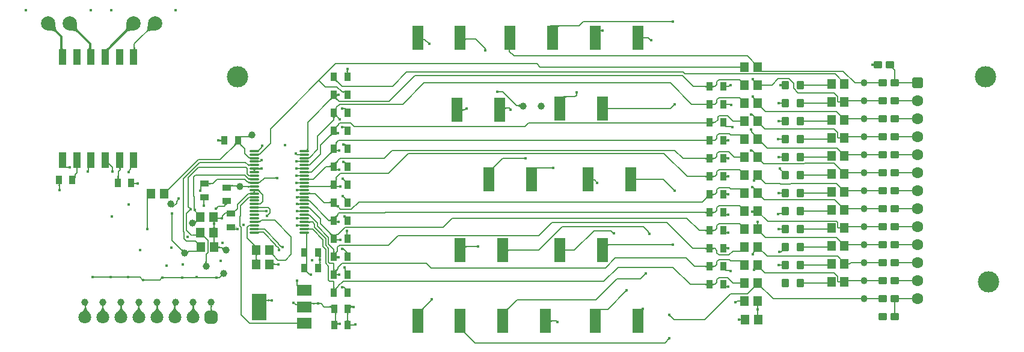
<source format=gtl>
G04*
G04 #@! TF.GenerationSoftware,Altium Limited,Altium Designer,23.11.1 (41)*
G04*
G04 Layer_Physical_Order=1*
G04 Layer_Color=255*
%FSLAX44Y44*%
%MOMM*%
G71*
G04*
G04 #@! TF.SameCoordinates,025D5C86-A068-4BC3-B2EE-C31E22AC0A5F*
G04*
G04*
G04 #@! TF.FilePolarity,Positive*
G04*
G01*
G75*
%ADD13C,0.2000*%
G04:AMPARAMS|DCode=15|XSize=0.3mm|YSize=1.37mm|CornerRadius=0.075mm|HoleSize=0mm|Usage=FLASHONLY|Rotation=270.000|XOffset=0mm|YOffset=0mm|HoleType=Round|Shape=RoundedRectangle|*
%AMROUNDEDRECTD15*
21,1,0.3000,1.2200,0,0,270.0*
21,1,0.1500,1.3700,0,0,270.0*
1,1,0.1500,-0.6100,-0.0750*
1,1,0.1500,-0.6100,0.0750*
1,1,0.1500,0.6100,0.0750*
1,1,0.1500,0.6100,-0.0750*
%
%ADD15ROUNDEDRECTD15*%
%ADD16R,0.9000X1.3000*%
G04:AMPARAMS|DCode=17|XSize=1.2mm|YSize=1.1mm|CornerRadius=0.275mm|HoleSize=0mm|Usage=FLASHONLY|Rotation=270.000|XOffset=0mm|YOffset=0mm|HoleType=Round|Shape=RoundedRectangle|*
%AMROUNDEDRECTD17*
21,1,1.2000,0.5500,0,0,270.0*
21,1,0.6500,1.1000,0,0,270.0*
1,1,0.5500,-0.2750,-0.3250*
1,1,0.5500,-0.2750,0.3250*
1,1,0.5500,0.2750,0.3250*
1,1,0.5500,0.2750,-0.3250*
%
%ADD17ROUNDEDRECTD17*%
G04:AMPARAMS|DCode=18|XSize=1.08mm|YSize=1.22mm|CornerRadius=0.27mm|HoleSize=0mm|Usage=FLASHONLY|Rotation=270.000|XOffset=0mm|YOffset=0mm|HoleType=Round|Shape=RoundedRectangle|*
%AMROUNDEDRECTD18*
21,1,1.0800,0.6800,0,0,270.0*
21,1,0.5400,1.2200,0,0,270.0*
1,1,0.5400,-0.3400,-0.2700*
1,1,0.5400,-0.3400,0.2700*
1,1,0.5400,0.3400,0.2700*
1,1,0.5400,0.3400,-0.2700*
%
%ADD18ROUNDEDRECTD18*%
%ADD19C,1.0000*%
%ADD20R,1.1500X1.3500*%
%ADD21R,1.0200X2.2000*%
%ADD22R,1.5000X3.5000*%
%ADD23R,1.3000X0.9000*%
%ADD24R,2.0000X3.8000*%
%ADD25R,2.0000X1.5000*%
%ADD45C,0.3000*%
%ADD46C,3.0000*%
%ADD47C,2.0000*%
%ADD48C,1.6000*%
G04:AMPARAMS|DCode=49|XSize=1.6mm|YSize=1.6mm|CornerRadius=0.4mm|HoleSize=0mm|Usage=FLASHONLY|Rotation=270.000|XOffset=0mm|YOffset=0mm|HoleType=Round|Shape=RoundedRectangle|*
%AMROUNDEDRECTD49*
21,1,1.6000,0.8000,0,0,270.0*
21,1,0.8000,1.6000,0,0,270.0*
1,1,0.8000,-0.4000,-0.4000*
1,1,0.8000,-0.4000,0.4000*
1,1,0.8000,0.4000,0.4000*
1,1,0.8000,0.4000,-0.4000*
%
%ADD49ROUNDEDRECTD49*%
%ADD50C,1.8000*%
G04:AMPARAMS|DCode=51|XSize=1.8mm|YSize=1.8mm|CornerRadius=0.45mm|HoleSize=0mm|Usage=FLASHONLY|Rotation=90.000|XOffset=0mm|YOffset=0mm|HoleType=Round|Shape=RoundedRectangle|*
%AMROUNDEDRECTD51*
21,1,1.8000,0.9000,0,0,90.0*
21,1,0.9000,1.8000,0,0,90.0*
1,1,0.9000,0.4500,0.4500*
1,1,0.9000,0.4500,-0.4500*
1,1,0.9000,-0.4500,-0.4500*
1,1,0.9000,-0.4500,0.4500*
%
%ADD51ROUNDEDRECTD51*%
%ADD52C,0.4500*%
G36*
X928569Y471390D02*
X928550Y471399D01*
X928515Y471408D01*
X928463Y471415D01*
X928308Y471427D01*
X927793Y471440D01*
X927622Y471440D01*
Y473440D01*
X928569Y473490D01*
Y471390D01*
D02*
G37*
G36*
X769470Y465500D02*
X769090Y465490D01*
X768749Y465460D01*
X768449Y465410D01*
X768189Y465340D01*
X767970Y465250D01*
X767790Y465140D01*
X767650Y465010D01*
X767550Y464860D01*
X767489Y464690D01*
X767469Y464500D01*
Y467469D01*
X767489Y467475D01*
X767550Y467481D01*
X767970Y467492D01*
X769470Y467500D01*
Y465500D01*
D02*
G37*
G36*
X827489Y461810D02*
X827550Y461640D01*
X827650Y461490D01*
X827790Y461360D01*
X827970Y461250D01*
X828189Y461160D01*
X828449Y461090D01*
X828747Y461040D01*
X828929Y461050D01*
Y461024D01*
X829090Y461010D01*
X829470Y461000D01*
Y459000D01*
X829090Y458990D01*
X828929Y458976D01*
Y458950D01*
X828911Y458960D01*
X828875Y458968D01*
X828862Y458970D01*
X828749Y458960D01*
X828449Y458910D01*
X828189Y458840D01*
X827970Y458750D01*
X827790Y458640D01*
X827650Y458510D01*
X827550Y458360D01*
X827489Y458190D01*
X827469Y458000D01*
Y462000D01*
X827489Y461810D01*
D02*
G37*
G36*
X199900Y460000D02*
X198283Y459996D01*
X194192Y459723D01*
X193082Y459546D01*
X192098Y459326D01*
X191241Y459063D01*
X190510Y458756D01*
X189906Y458407D01*
X189429Y458015D01*
X188015Y459429D01*
X188407Y459906D01*
X188756Y460510D01*
X189063Y461241D01*
X189326Y462098D01*
X189546Y463082D01*
X189723Y464192D01*
X189948Y466793D01*
X189996Y468283D01*
X190000Y469900D01*
X199900Y460000D01*
D02*
G37*
G36*
X169900D02*
X168413Y459991D01*
X165759Y459826D01*
X164592Y459670D01*
X163531Y459465D01*
X162577Y459211D01*
X161730Y458908D01*
X160989Y458556D01*
X160355Y458156D01*
X159827Y457706D01*
X157706Y459827D01*
X158155Y460355D01*
X158556Y460989D01*
X158908Y461730D01*
X159211Y462577D01*
X159465Y463531D01*
X159670Y464592D01*
X159826Y465759D01*
X159991Y468413D01*
X160000Y469900D01*
X169900Y460000D01*
D02*
G37*
G36*
X90009Y468413D02*
X90174Y465759D01*
X90330Y464592D01*
X90535Y463531D01*
X90789Y462577D01*
X91092Y461730D01*
X91444Y460989D01*
X91845Y460355D01*
X92294Y459827D01*
X90173Y457706D01*
X89645Y458156D01*
X89011Y458556D01*
X88270Y458908D01*
X87423Y459211D01*
X86469Y459465D01*
X85408Y459670D01*
X84241Y459826D01*
X81587Y459991D01*
X80100Y460000D01*
X90000Y469900D01*
X90009Y468413D01*
D02*
G37*
G36*
X60009D02*
X60174Y465759D01*
X60330Y464592D01*
X60535Y463531D01*
X60789Y462577D01*
X61092Y461730D01*
X61444Y460989D01*
X61845Y460355D01*
X62294Y459827D01*
X60173Y457706D01*
X59645Y458156D01*
X59011Y458556D01*
X58270Y458908D01*
X57423Y459211D01*
X56469Y459465D01*
X55408Y459670D01*
X54241Y459826D01*
X51587Y459991D01*
X50100Y460000D01*
X59999Y469900D01*
X60009Y468413D01*
D02*
G37*
G36*
X637490Y449772D02*
X637550Y449602D01*
X637649Y449452D01*
X637789Y449322D01*
X637970Y449212D01*
X638190Y449122D01*
X638450Y449052D01*
X638750Y449002D01*
X639090Y448972D01*
X639469Y448962D01*
Y446962D01*
X639090Y446952D01*
X638750Y446922D01*
X638450Y446872D01*
X638190Y446802D01*
X637970Y446712D01*
X637789Y446602D01*
X637649Y446472D01*
X637550Y446322D01*
X637490Y446152D01*
X637469Y445962D01*
Y449962D01*
X637490Y449772D01*
D02*
G37*
G36*
X172010Y435584D02*
X172040Y435239D01*
X172090Y434934D01*
X172160Y434670D01*
X172250Y434447D01*
X172360Y434264D01*
X172490Y434122D01*
X172640Y434020D01*
X172810Y433959D01*
X173000Y433939D01*
X169000D01*
X169190Y433959D01*
X169360Y434020D01*
X169510Y434122D01*
X169640Y434264D01*
X169750Y434447D01*
X169840Y434670D01*
X169910Y434934D01*
X169960Y435239D01*
X169990Y435584D01*
X170000Y435970D01*
X172000D01*
X172010Y435584D01*
D02*
G37*
G36*
X110015Y436394D02*
X110060Y435879D01*
X110135Y435424D01*
X110240Y435030D01*
X110375Y434697D01*
X110540Y434424D01*
X110735Y434212D01*
X110960Y434060D01*
X111215Y433969D01*
X111500Y433939D01*
X105500D01*
X105785Y433969D01*
X106040Y434060D01*
X106265Y434212D01*
X106460Y434424D01*
X106625Y434697D01*
X106760Y435030D01*
X106865Y435424D01*
X106940Y435879D01*
X106985Y436394D01*
X107000Y436969D01*
X110000D01*
X110015Y436394D01*
D02*
G37*
G36*
X70015D02*
X70060Y435879D01*
X70135Y435424D01*
X70240Y435030D01*
X70375Y434697D01*
X70540Y434424D01*
X70735Y434212D01*
X70960Y434060D01*
X71215Y433969D01*
X71500Y433939D01*
X65500D01*
X65785Y433969D01*
X66040Y434060D01*
X66265Y434212D01*
X66460Y434424D01*
X66625Y434697D01*
X66760Y435030D01*
X66865Y435424D01*
X66940Y435879D01*
X66985Y436394D01*
X67000Y436969D01*
X70000D01*
X70015Y436394D01*
D02*
G37*
G36*
X137191Y435070D02*
X136545Y434403D01*
X135540Y433230D01*
X135181Y432725D01*
X134918Y432274D01*
X134750Y431876D01*
X134679Y431533D01*
X134703Y431244D01*
X134823Y431008D01*
X135039Y430827D01*
X129727Y433939D01*
X130007Y433821D01*
X130318Y433778D01*
X130662Y433808D01*
X131039Y433913D01*
X131447Y434091D01*
X131887Y434343D01*
X132360Y434669D01*
X132864Y435069D01*
X133401Y435543D01*
X133969Y436091D01*
X137191Y435070D01*
D02*
G37*
G36*
X666215Y434008D02*
X666216Y433837D01*
X666254Y433231D01*
X666268Y433158D01*
X666284Y433103D01*
X666303Y433063D01*
X666324Y433040D01*
X664257Y432668D01*
X664214Y434176D01*
X666215Y434008D01*
D02*
G37*
G36*
X131697Y423013D02*
X131631Y422998D01*
X131558Y422971D01*
X131477Y422931D01*
X131389Y422878D01*
X131294Y422812D01*
X131081Y422643D01*
X130839Y422422D01*
X130707Y422293D01*
X129293Y423707D01*
X129422Y423839D01*
X129812Y424294D01*
X129878Y424389D01*
X129931Y424477D01*
X129971Y424558D01*
X129998Y424631D01*
X130013Y424697D01*
X131697Y423013D01*
D02*
G37*
G36*
X472040Y404911D02*
X472032Y404875D01*
X472024Y404823D01*
X472012Y404668D01*
X472001Y404153D01*
X472000Y403982D01*
X470000D01*
X469950Y404929D01*
X472050D01*
X472040Y404911D01*
D02*
G37*
G36*
X472010Y403106D02*
X472040Y402766D01*
X472090Y402466D01*
X472160Y402206D01*
X472250Y401986D01*
X472360Y401805D01*
X472490Y401665D01*
X472640Y401566D01*
X472810Y401506D01*
X473000Y401485D01*
X469000D01*
X469190Y401506D01*
X469360Y401566D01*
X469510Y401665D01*
X469640Y401805D01*
X469750Y401986D01*
X469840Y402206D01*
X469910Y402466D01*
X469960Y402766D01*
X469990Y403106D01*
X470000Y403485D01*
X472000D01*
X472010Y403106D01*
D02*
G37*
G36*
X456329Y391222D02*
X456275Y391040D01*
X456278Y390830D01*
X456338Y390590D01*
X456454Y390322D01*
X456627Y390025D01*
X456856Y389698D01*
X457142Y389343D01*
X457884Y388546D01*
X456469Y387132D01*
X456057Y387531D01*
X455317Y388160D01*
X454991Y388389D01*
X454694Y388562D01*
X454426Y388678D01*
X454186Y388737D01*
X453975Y388741D01*
X453794Y388687D01*
X453641Y388577D01*
X456439Y391375D01*
X456329Y391222D01*
D02*
G37*
G36*
X985559Y382810D02*
X985620Y382640D01*
X985722Y382490D01*
X985864Y382360D01*
X986047Y382250D01*
X986270Y382160D01*
X986534Y382090D01*
X986839Y382040D01*
X987184Y382010D01*
X987569Y382000D01*
Y380000D01*
X987184Y379990D01*
X986839Y379960D01*
X986534Y379910D01*
X986270Y379840D01*
X986047Y379750D01*
X985864Y379640D01*
X985722Y379510D01*
X985620Y379360D01*
X985559Y379190D01*
X985539Y379000D01*
Y383000D01*
X985559Y382810D01*
D02*
G37*
G36*
X976661Y379000D02*
X976641Y379190D01*
X976580Y379360D01*
X976478Y379510D01*
X976336Y379640D01*
X976153Y379750D01*
X975930Y379840D01*
X975666Y379910D01*
X975361Y379960D01*
X975016Y379990D01*
X974630Y380000D01*
Y382000D01*
X975016Y382010D01*
X975361Y382040D01*
X975666Y382090D01*
X975930Y382160D01*
X976153Y382250D01*
X976336Y382360D01*
X976478Y382490D01*
X976580Y382640D01*
X976641Y382810D01*
X976661Y383000D01*
Y379000D01*
D02*
G37*
G36*
X466561Y371380D02*
X466541Y371570D01*
X466480Y371740D01*
X466378Y371890D01*
X466236Y372020D01*
X466053Y372130D01*
X465830Y372220D01*
X465566Y372290D01*
X465261Y372340D01*
X464916Y372370D01*
X464530Y372380D01*
Y374380D01*
X464916Y374390D01*
X465261Y374420D01*
X465566Y374470D01*
X465830Y374540D01*
X466053Y374630D01*
X466236Y374740D01*
X466378Y374870D01*
X466480Y375020D01*
X466541Y375190D01*
X466561Y375380D01*
Y371380D01*
D02*
G37*
G36*
X456459Y370810D02*
X456520Y370640D01*
X456622Y370490D01*
X456764Y370360D01*
X456947Y370250D01*
X457170Y370160D01*
X457434Y370090D01*
X457738Y370040D01*
X457739Y370040D01*
X457929Y370050D01*
Y370023D01*
X458084Y370010D01*
X458469Y370000D01*
Y368000D01*
X458084Y367990D01*
X457929Y367976D01*
Y367950D01*
X457910Y367960D01*
X457875Y367968D01*
X457858Y367970D01*
X457738Y367960D01*
X457434Y367910D01*
X457170Y367840D01*
X456947Y367750D01*
X456764Y367640D01*
X456622Y367510D01*
X456520Y367360D01*
X456459Y367190D01*
X456439Y367000D01*
Y371000D01*
X456459Y370810D01*
D02*
G37*
G36*
X779470Y365500D02*
X779090Y365490D01*
X778749Y365460D01*
X778449Y365410D01*
X778189Y365340D01*
X777970Y365250D01*
X777790Y365140D01*
X777650Y365010D01*
X777550Y364860D01*
X777489Y364690D01*
X777469Y364500D01*
Y367469D01*
X777489Y367475D01*
X777550Y367481D01*
X777970Y367492D01*
X779470Y367500D01*
Y365500D01*
D02*
G37*
G36*
X450359Y363177D02*
X450206Y363287D01*
X450024Y363341D01*
X449814Y363338D01*
X449574Y363278D01*
X449306Y363162D01*
X449008Y362989D01*
X448682Y362760D01*
X448327Y362474D01*
X447530Y361732D01*
X446116Y363147D01*
X446515Y363559D01*
X447144Y364298D01*
X447373Y364625D01*
X447546Y364922D01*
X447662Y365190D01*
X447721Y365430D01*
X447724Y365640D01*
X447671Y365822D01*
X447561Y365975D01*
X450359Y363177D01*
D02*
G37*
G36*
X456329Y365822D02*
X456275Y365640D01*
X456278Y365430D01*
X456338Y365190D01*
X456454Y364922D01*
X456627Y364625D01*
X456856Y364298D01*
X457142Y363943D01*
X457884Y363147D01*
X456469Y361732D01*
X456057Y362131D01*
X455317Y362760D01*
X454991Y362989D01*
X454694Y363162D01*
X454426Y363278D01*
X454186Y363338D01*
X453975Y363341D01*
X453794Y363287D01*
X453641Y363177D01*
X456439Y365975D01*
X456329Y365822D01*
D02*
G37*
G36*
X931985Y354500D02*
X931965Y354494D01*
X931934Y354475D01*
X931892Y354443D01*
X931774Y354342D01*
X931402Y353987D01*
X931280Y353866D01*
X929866Y355280D01*
X930500Y355985D01*
X931985Y354500D01*
D02*
G37*
G36*
X714544Y350469D02*
X714209Y350988D01*
X713865Y351453D01*
X713513Y351863D01*
X713153Y352218D01*
X712785Y352519D01*
X712409Y352765D01*
X712024Y352957D01*
X711632Y353093D01*
X711231Y353175D01*
X710822Y353203D01*
X711302Y355203D01*
X711631Y355223D01*
X711994Y355286D01*
X712392Y355390D01*
X712825Y355536D01*
X713292Y355723D01*
X714329Y356222D01*
X715504Y356888D01*
X716144Y357283D01*
X714544Y350469D01*
D02*
G37*
G36*
X693289Y352330D02*
X693350Y352160D01*
X693449Y352010D01*
X693589Y351880D01*
X693770Y351770D01*
X693989Y351680D01*
X694249Y351610D01*
X694549Y351560D01*
X694890Y351530D01*
X695269Y351520D01*
Y349520D01*
X694890Y349510D01*
X694549Y349480D01*
X694249Y349430D01*
X693989Y349360D01*
X693770Y349270D01*
X693589Y349160D01*
X693449Y349030D01*
X693350Y348880D01*
X693289Y348710D01*
X693270Y348520D01*
Y352520D01*
X693289Y352330D01*
D02*
G37*
G36*
X700252Y350444D02*
X700764Y349996D01*
X700814Y349967D01*
X700853Y349951D01*
X700882Y349948D01*
X699599Y348286D01*
X698965Y348900D01*
X700130Y350564D01*
X700252Y350444D01*
D02*
G37*
G36*
X837489Y351810D02*
X837550Y351640D01*
X837650Y351490D01*
X837790Y351360D01*
X837970Y351250D01*
X838189Y351160D01*
X838449Y351090D01*
X838749Y351040D01*
X839090Y351010D01*
X839470Y351000D01*
Y349000D01*
X839090Y348990D01*
X838749Y348960D01*
X838449Y348910D01*
X838189Y348840D01*
X837970Y348750D01*
X837790Y348640D01*
X837650Y348510D01*
X837550Y348360D01*
X837489Y348190D01*
X837469Y348000D01*
Y352000D01*
X837489Y351810D01*
D02*
G37*
G36*
X638852Y348506D02*
X638823Y348503D01*
X638784Y348487D01*
X638734Y348457D01*
X638674Y348415D01*
X638604Y348360D01*
X638333Y348117D01*
X638100Y347890D01*
X636935Y349553D01*
X637569Y350168D01*
X638852Y348506D01*
D02*
G37*
G36*
X633289Y349790D02*
X633349Y349620D01*
X633450Y349470D01*
X633590Y349340D01*
X633769Y349230D01*
X633989Y349140D01*
X634249Y349070D01*
X634549Y349020D01*
X634889Y348990D01*
X635270Y348980D01*
Y346980D01*
X634889Y346970D01*
X634549Y346940D01*
X634249Y346890D01*
X633989Y346820D01*
X633769Y346730D01*
X633590Y346620D01*
X633450Y346490D01*
X633349Y346340D01*
X633289Y346170D01*
X633270Y345980D01*
Y349980D01*
X633289Y349790D01*
D02*
G37*
G36*
X453810Y337757D02*
X453640Y337696D01*
X453490Y337594D01*
X453360Y337452D01*
X453250Y337269D01*
X453160Y337046D01*
X453090Y336782D01*
X453040Y336478D01*
X453010Y336132D01*
X453000Y335746D01*
X451000D01*
X450990Y336132D01*
X450960Y336478D01*
X450910Y336782D01*
X450840Y337046D01*
X450750Y337269D01*
X450640Y337452D01*
X450510Y337594D01*
X450360Y337696D01*
X450190Y337757D01*
X450000Y337777D01*
X454000D01*
X453810Y337757D01*
D02*
G37*
G36*
X985559Y332010D02*
X985620Y331840D01*
X985722Y331690D01*
X985864Y331560D01*
X986047Y331450D01*
X986270Y331360D01*
X986534Y331290D01*
X986839Y331240D01*
X987184Y331210D01*
X987569Y331200D01*
Y329200D01*
X987184Y329190D01*
X986839Y329160D01*
X986534Y329110D01*
X986270Y329040D01*
X986047Y328950D01*
X985864Y328840D01*
X985722Y328710D01*
X985620Y328560D01*
X985559Y328390D01*
X985539Y328200D01*
Y332200D01*
X985559Y332010D01*
D02*
G37*
G36*
X450359Y312381D02*
X450206Y312491D01*
X450024Y312545D01*
X449814Y312542D01*
X449574Y312482D01*
X449306Y312366D01*
X449009Y312193D01*
X448682Y311964D01*
X448327Y311678D01*
X447531Y310936D01*
X446116Y312351D01*
X446515Y312763D01*
X447144Y313502D01*
X447373Y313829D01*
X447546Y314126D01*
X447662Y314394D01*
X447721Y314634D01*
X447725Y314844D01*
X447671Y315026D01*
X447561Y315179D01*
X450359Y312381D01*
D02*
G37*
G36*
X334223Y308842D02*
X334074Y308929D01*
X333900Y309007D01*
X333702Y309076D01*
X333480Y309135D01*
X333234Y309186D01*
X332668Y309259D01*
X332349Y309282D01*
X331637Y309300D01*
X330298Y311300D01*
X330659Y311309D01*
X330980Y311336D01*
X331259Y311382D01*
X331497Y311445D01*
X331695Y311527D01*
X331851Y311627D01*
X331965Y311745D01*
X332039Y311882D01*
X332072Y312036D01*
X332063Y312209D01*
X334223Y308842D01*
D02*
G37*
G36*
X323310Y309300D02*
X322926Y309290D01*
X322582Y309260D01*
X322278Y309210D01*
X322015Y309140D01*
X321792Y309050D01*
X321609Y308940D01*
X321466Y308810D01*
X321363Y308660D01*
X321301Y308490D01*
X321279Y308300D01*
X321310Y311269D01*
X321329Y311275D01*
X321390Y311280D01*
X321810Y311292D01*
X323310Y311300D01*
Y309300D01*
D02*
G37*
G36*
X293401Y302800D02*
X293381Y302990D01*
X293320Y303160D01*
X293218Y303310D01*
X293076Y303440D01*
X292893Y303550D01*
X292670Y303640D01*
X292406Y303710D01*
X292101Y303760D01*
X291756Y303790D01*
X291510Y303796D01*
X290631Y303750D01*
Y305850D01*
X290650Y305840D01*
X290685Y305832D01*
X290737Y305825D01*
X290892Y305812D01*
X291398Y305801D01*
X291756Y305810D01*
X292101Y305840D01*
X292406Y305890D01*
X292670Y305960D01*
X292893Y306050D01*
X293076Y306160D01*
X293218Y306290D01*
X293320Y306440D01*
X293381Y306610D01*
X293401Y306800D01*
Y302800D01*
D02*
G37*
G36*
X1004559Y306810D02*
X1004620Y306640D01*
X1004722Y306490D01*
X1004864Y306360D01*
X1005047Y306250D01*
X1005270Y306160D01*
X1005534Y306090D01*
X1005814Y306044D01*
X1005929Y306050D01*
Y306032D01*
X1006184Y306010D01*
X1006569Y306000D01*
Y304000D01*
X1006184Y303990D01*
X1005929Y303968D01*
Y303950D01*
X1005910Y303960D01*
X1005890Y303965D01*
X1005838Y303960D01*
X1005534Y303910D01*
X1005270Y303840D01*
X1005047Y303750D01*
X1004864Y303640D01*
X1004722Y303510D01*
X1004620Y303360D01*
X1004559Y303190D01*
X1004539Y303000D01*
Y307000D01*
X1004559Y306810D01*
D02*
G37*
G36*
X456469Y299890D02*
X453819D01*
X453948Y299906D01*
X454064Y299957D01*
X454166Y300041D01*
X454255Y300159D01*
X454330Y300310D01*
X454391Y300495D01*
X454439Y300714D01*
X454473Y300966D01*
X454493Y301252D01*
X454500Y301571D01*
X456500D01*
X456469Y299890D01*
D02*
G37*
G36*
X315199Y298330D02*
X315043Y298444D01*
X314860Y298500D01*
X314647D01*
X314407Y298444D01*
X314138Y298330D01*
X313841Y298161D01*
X313516Y297934D01*
X313162Y297652D01*
X312370Y296916D01*
X310956Y298330D01*
X311352Y298741D01*
X311975Y299476D01*
X312201Y299801D01*
X312370Y300098D01*
X312484Y300367D01*
X312540Y300607D01*
Y300819D01*
X312484Y301003D01*
X312370Y301159D01*
X315199Y298330D01*
D02*
G37*
G36*
X321196Y301003D02*
X321140Y300819D01*
Y300607D01*
X321196Y300367D01*
X321310Y300098D01*
X321479Y299801D01*
X321706Y299476D01*
X321988Y299122D01*
X322724Y298330D01*
X321310Y296916D01*
X320899Y297312D01*
X320164Y297934D01*
X319839Y298161D01*
X319542Y298330D01*
X319273Y298444D01*
X319033Y298500D01*
X318820D01*
X318637Y298444D01*
X318481Y298330D01*
X321310Y301159D01*
X321196Y301003D01*
D02*
G37*
G36*
X416105Y293125D02*
X416183Y292232D01*
X416230Y291996D01*
X416287Y291789D01*
X416354Y291614D01*
X416432Y291468D01*
X416520Y291353D01*
X416619Y291269D01*
X413100Y291453D01*
X413290Y291464D01*
X413460Y291518D01*
X413610Y291614D01*
X413740Y291753D01*
X413850Y291935D01*
X413940Y292159D01*
X414010Y292426D01*
X414060Y292736D01*
X414090Y293088D01*
X414100Y293484D01*
X416100D01*
X416105Y293125D01*
D02*
G37*
G36*
X450359Y286981D02*
X450206Y287091D01*
X450024Y287145D01*
X449814Y287141D01*
X449574Y287082D01*
X449306Y286966D01*
X449009Y286793D01*
X448682Y286564D01*
X448327Y286278D01*
X447531Y285536D01*
X446116Y286950D01*
X446515Y287363D01*
X447144Y288102D01*
X447373Y288429D01*
X447546Y288726D01*
X447662Y288994D01*
X447721Y289234D01*
X447725Y289444D01*
X447671Y289626D01*
X447561Y289779D01*
X450359Y286981D01*
D02*
G37*
G36*
X1004559Y281810D02*
X1004620Y281640D01*
X1004722Y281490D01*
X1004864Y281360D01*
X1005047Y281250D01*
X1005270Y281160D01*
X1005534Y281090D01*
X1005814Y281044D01*
X1005929Y281050D01*
Y281032D01*
X1006184Y281010D01*
X1006569Y281000D01*
Y279000D01*
X1006184Y278990D01*
X1005929Y278968D01*
Y278950D01*
X1005910Y278960D01*
X1005890Y278965D01*
X1005838Y278960D01*
X1005534Y278910D01*
X1005270Y278840D01*
X1005047Y278750D01*
X1004864Y278640D01*
X1004722Y278510D01*
X1004620Y278360D01*
X1004559Y278190D01*
X1004539Y278000D01*
Y282000D01*
X1004559Y281810D01*
D02*
G37*
G36*
X985559Y281210D02*
X985620Y281040D01*
X985722Y280890D01*
X985864Y280760D01*
X986047Y280650D01*
X986270Y280560D01*
X986534Y280490D01*
X986839Y280440D01*
X987184Y280410D01*
X987569Y280400D01*
Y278400D01*
X987184Y278390D01*
X986839Y278360D01*
X986534Y278310D01*
X986270Y278240D01*
X986047Y278150D01*
X985864Y278040D01*
X985722Y277910D01*
X985620Y277760D01*
X985559Y277590D01*
X985539Y277400D01*
Y281400D01*
X985559Y281210D01*
D02*
G37*
G36*
X976661Y277400D02*
X976641Y277590D01*
X976580Y277760D01*
X976478Y277910D01*
X976336Y278040D01*
X976153Y278150D01*
X975930Y278240D01*
X975666Y278310D01*
X975361Y278360D01*
X975016Y278390D01*
X974630Y278400D01*
Y280400D01*
X975016Y280410D01*
X975361Y280440D01*
X975666Y280490D01*
X975930Y280560D01*
X976153Y280650D01*
X976336Y280760D01*
X976478Y280890D01*
X976580Y281040D01*
X976641Y281210D01*
X976661Y281400D01*
Y277400D01*
D02*
G37*
G36*
X457884Y274485D02*
X457488Y274075D01*
X456866Y273340D01*
X456639Y273015D01*
X456469Y272718D01*
X456356Y272449D01*
X456300Y272209D01*
Y271996D01*
X456356Y271813D01*
X456469Y271657D01*
X453641Y274485D01*
X453797Y274372D01*
X453980Y274316D01*
X454193D01*
X454433Y274372D01*
X454702Y274485D01*
X454999Y274655D01*
X455324Y274881D01*
X455677Y275164D01*
X456469Y275900D01*
X457884Y274485D01*
D02*
G37*
G36*
X348619Y274500D02*
X348331Y274492D01*
X348063Y274469D01*
X347814Y274431D01*
X347585Y274377D01*
X347376Y274308D01*
X347185Y274223D01*
X347015Y274123D01*
X346863Y274008D01*
X346731Y273877D01*
X346619Y273731D01*
X346381Y276428D01*
X346384Y276441D01*
X346436Y276454D01*
X346537Y276465D01*
X346886Y276482D01*
X348619Y276500D01*
Y274500D01*
D02*
G37*
G36*
X333619Y268572D02*
X333481Y268654D01*
X333322Y268726D01*
X333143Y268790D01*
X332943Y268846D01*
X332723Y268893D01*
X332221Y268962D01*
X331939Y268983D01*
X331314Y269000D01*
Y271000D01*
X331637Y271004D01*
X332482Y271068D01*
X332723Y271107D01*
X333143Y271210D01*
X333322Y271274D01*
X333481Y271346D01*
X333619Y271428D01*
Y268572D01*
D02*
G37*
G36*
X447561Y266016D02*
X447541Y266206D01*
X447480Y266376D01*
X447378Y266526D01*
X447236Y266656D01*
X447053Y266766D01*
X446830Y266856D01*
X446566Y266926D01*
X446261Y266976D01*
X445916Y267006D01*
X445531Y267016D01*
Y269016D01*
X445916Y269026D01*
X446261Y269056D01*
X446566Y269106D01*
X446830Y269176D01*
X447053Y269266D01*
X447236Y269376D01*
X447378Y269506D01*
X447480Y269656D01*
X447541Y269826D01*
X447561Y270016D01*
Y266016D01*
D02*
G37*
G36*
X152824Y266041D02*
X152654Y265980D01*
X152504Y265878D01*
X152374Y265736D01*
X152264Y265553D01*
X152174Y265330D01*
X152104Y265066D01*
X152055Y264761D01*
X152024Y264416D01*
X152015Y264030D01*
X150014D01*
X150004Y264416D01*
X149974Y264761D01*
X149924Y265066D01*
X149854Y265330D01*
X149764Y265553D01*
X149655Y265736D01*
X149524Y265878D01*
X149375Y265980D01*
X149205Y266041D01*
X149015Y266061D01*
X153014D01*
X152824Y266041D01*
D02*
G37*
G36*
X346520Y266346D02*
X346682Y266274D01*
X346866Y266210D01*
X347072Y266154D01*
X347302Y266107D01*
X347827Y266038D01*
X348124Y266017D01*
X348246Y266014D01*
X348929Y266050D01*
X348929Y263950D01*
X348910Y263960D01*
X348875Y263968D01*
X348823Y263976D01*
X348668Y263988D01*
X348411Y263993D01*
X347553Y263932D01*
X347302Y263893D01*
X346866Y263790D01*
X346682Y263726D01*
X346520Y263654D01*
X346381Y263572D01*
Y266428D01*
X346520Y266346D01*
D02*
G37*
G36*
X341810Y263526D02*
X341640Y263466D01*
X341490Y263364D01*
X341360Y263222D01*
X341250Y263039D01*
X341160Y262816D01*
X341090Y262552D01*
X341082Y262500D01*
X341090Y262448D01*
X341160Y262184D01*
X341250Y261961D01*
X341360Y261778D01*
X341490Y261636D01*
X341640Y261534D01*
X341810Y261473D01*
X342000Y261453D01*
X338000D01*
X338190Y261473D01*
X338360Y261534D01*
X338510Y261636D01*
X338640Y261778D01*
X338750Y261961D01*
X338840Y262184D01*
X338910Y262448D01*
X338918Y262500D01*
X338910Y262552D01*
X338840Y262816D01*
X338750Y263039D01*
X338640Y263222D01*
X338510Y263364D01*
X338360Y263466D01*
X338190Y263526D01*
X338000Y263547D01*
X342000D01*
X341810Y263526D01*
D02*
G37*
G36*
X416520Y261346D02*
X416682Y261274D01*
X416866Y261210D01*
X417072Y261154D01*
X417302Y261107D01*
X417827Y261038D01*
X418124Y261017D01*
X418784Y261000D01*
Y259000D01*
X418442Y258996D01*
X417553Y258932D01*
X417302Y258893D01*
X416866Y258790D01*
X416682Y258726D01*
X416520Y258654D01*
X416381Y258572D01*
Y261428D01*
X416520Y261346D01*
D02*
G37*
G36*
X1004559Y255810D02*
X1004620Y255640D01*
X1004722Y255490D01*
X1004864Y255360D01*
X1005047Y255250D01*
X1005270Y255160D01*
X1005534Y255090D01*
X1005814Y255044D01*
X1005929Y255050D01*
Y255032D01*
X1006184Y255010D01*
X1006569Y255000D01*
Y253000D01*
X1006184Y252990D01*
X1005929Y252968D01*
Y252950D01*
X1005910Y252959D01*
X1005890Y252964D01*
X1005838Y252960D01*
X1005534Y252910D01*
X1005270Y252840D01*
X1005047Y252750D01*
X1004864Y252640D01*
X1004722Y252510D01*
X1004620Y252360D01*
X1004559Y252190D01*
X1004539Y252000D01*
Y256000D01*
X1004559Y255810D01*
D02*
G37*
G36*
X985559D02*
X985620Y255640D01*
X985722Y255490D01*
X985864Y255360D01*
X986047Y255250D01*
X986270Y255160D01*
X986534Y255090D01*
X986839Y255040D01*
X987184Y255010D01*
X987569Y255000D01*
Y253000D01*
X987184Y252990D01*
X986839Y252960D01*
X986534Y252910D01*
X986270Y252840D01*
X986047Y252750D01*
X985864Y252640D01*
X985722Y252510D01*
X985620Y252360D01*
X985559Y252190D01*
X985539Y252000D01*
Y256000D01*
X985559Y255810D01*
D02*
G37*
G36*
X976661Y252000D02*
X976641Y252190D01*
X976580Y252360D01*
X976478Y252510D01*
X976336Y252640D01*
X976153Y252750D01*
X975930Y252840D01*
X975666Y252910D01*
X975361Y252960D01*
X975016Y252990D01*
X974630Y253000D01*
Y255000D01*
X975016Y255010D01*
X975361Y255040D01*
X975666Y255090D01*
X975930Y255160D01*
X976153Y255250D01*
X976336Y255360D01*
X976478Y255490D01*
X976580Y255640D01*
X976641Y255810D01*
X976661Y256000D01*
Y252000D01*
D02*
G37*
G36*
X370929Y250950D02*
X370910Y250959D01*
X370875Y250968D01*
X370823Y250975D01*
X370668Y250987D01*
X370153Y251000D01*
X369982Y251000D01*
Y253000D01*
X370929Y253050D01*
Y250950D01*
D02*
G37*
G36*
X456469Y249086D02*
X453500D01*
X453690Y249105D01*
X453860Y249165D01*
X454010Y249265D01*
X454140Y249405D01*
X454250Y249585D01*
X454340Y249806D01*
X454410Y250065D01*
X454460Y250366D01*
X454490Y250706D01*
X454500Y251085D01*
X456500D01*
X456469Y249086D01*
D02*
G37*
G36*
X333619Y251428D02*
X333241Y249029D01*
X333239Y249119D01*
X333203Y249199D01*
X333133Y249269D01*
X333029Y249331D01*
X332891Y249382D01*
X332718Y249425D01*
X332512Y249458D01*
X332272Y249481D01*
X331690Y249500D01*
Y251500D01*
X333619Y251428D01*
D02*
G37*
G36*
X416520Y251346D02*
X416682Y251274D01*
X416866Y251210D01*
X417072Y251154D01*
X417302Y251107D01*
X417827Y251038D01*
X418124Y251017D01*
X418784Y251000D01*
Y249000D01*
X418442Y248996D01*
X417553Y248932D01*
X417302Y248893D01*
X416866Y248790D01*
X416682Y248726D01*
X416520Y248654D01*
X416381Y248572D01*
Y251428D01*
X416520Y251346D01*
D02*
G37*
G36*
X877489Y251810D02*
X877550Y251640D01*
X877650Y251490D01*
X877790Y251360D01*
X877970Y251250D01*
X878189Y251160D01*
X878449Y251090D01*
X878749Y251040D01*
X879090Y251010D01*
X879470Y251000D01*
Y249000D01*
X879090Y248990D01*
X878749Y248960D01*
X878449Y248910D01*
X878189Y248840D01*
X877970Y248750D01*
X877790Y248640D01*
X877650Y248510D01*
X877550Y248360D01*
X877489Y248190D01*
X877469Y248000D01*
Y252000D01*
X877489Y251810D01*
D02*
G37*
G36*
X333619Y246428D02*
X333197Y244337D01*
X333191Y244368D01*
X333160Y244396D01*
X333103Y244420D01*
X333022Y244441D01*
X332915Y244459D01*
X332783Y244474D01*
X332444Y244494D01*
X332004Y244500D01*
Y246500D01*
X333619Y246428D01*
D02*
G37*
G36*
X276490Y245560D02*
X276549Y245390D01*
X276649Y245240D01*
X276789Y245110D01*
X276970Y245000D01*
X277190Y244910D01*
X277449Y244840D01*
X277750Y244790D01*
X278090Y244760D01*
X278470Y244750D01*
Y242750D01*
X278090Y242740D01*
X277750Y242710D01*
X277449Y242660D01*
X277190Y242590D01*
X276970Y242500D01*
X276789Y242390D01*
X276649Y242260D01*
X276549Y242110D01*
X276490Y241940D01*
X276469Y241750D01*
Y245750D01*
X276490Y245560D01*
D02*
G37*
G36*
X67260Y242511D02*
X67090Y242451D01*
X66940Y242351D01*
X66810Y242211D01*
X66700Y242031D01*
X66610Y241810D01*
X66540Y241551D01*
X66490Y241250D01*
X66460Y240910D01*
X66450Y240530D01*
X64450D01*
X64440Y240910D01*
X64410Y241250D01*
X64360Y241551D01*
X64290Y241810D01*
X64200Y242031D01*
X64090Y242211D01*
X63960Y242351D01*
X63810Y242451D01*
X63640Y242511D01*
X63450Y242530D01*
X67450D01*
X67260Y242511D01*
D02*
G37*
G36*
X307489Y242785D02*
X307549Y242621D01*
X307649Y242475D01*
X307789Y242349D01*
X307969Y242242D01*
X308190Y242155D01*
X308449Y242087D01*
X308750Y242039D01*
X309090Y242010D01*
X309470Y242000D01*
Y240000D01*
X309090Y239990D01*
X308750Y239960D01*
X308449Y239910D01*
X308190Y239840D01*
X307969Y239750D01*
X307789Y239640D01*
X307649Y239510D01*
X307549Y239360D01*
X307489Y239190D01*
X307470Y239000D01*
Y242969D01*
X307489Y242785D01*
D02*
G37*
G36*
X416520Y241346D02*
X416682Y241274D01*
X416866Y241210D01*
X417072Y241154D01*
X417302Y241107D01*
X417827Y241038D01*
X418124Y241017D01*
X418784Y241000D01*
Y239000D01*
X418442Y238996D01*
X417553Y238932D01*
X417302Y238893D01*
X416866Y238790D01*
X416682Y238726D01*
X416520Y238654D01*
X416381Y238572D01*
Y241428D01*
X416520Y241346D01*
D02*
G37*
G36*
X333619Y238572D02*
X333614Y238559D01*
X333556Y238546D01*
X333444Y238535D01*
X332788Y238512D01*
X331166Y238500D01*
Y240500D01*
X331495Y240508D01*
X332080Y240569D01*
X332337Y240623D01*
X332571Y240692D01*
X332780Y240777D01*
X332966Y240877D01*
X333128Y240992D01*
X333267Y241123D01*
X333381Y241269D01*
X333619Y238572D01*
D02*
G37*
G36*
X447561Y238000D02*
X447541Y238190D01*
X447480Y238360D01*
X447378Y238510D01*
X447236Y238640D01*
X447053Y238750D01*
X446830Y238840D01*
X446566Y238910D01*
X446261Y238960D01*
X445916Y238990D01*
X445530Y239000D01*
Y241000D01*
X445916Y241010D01*
X446261Y241040D01*
X446566Y241090D01*
X446830Y241160D01*
X447053Y241250D01*
X447236Y241360D01*
X447378Y241490D01*
X447480Y241640D01*
X447541Y241810D01*
X447561Y242000D01*
Y238000D01*
D02*
G37*
G36*
X66500Y235523D02*
X64400D01*
X64409Y235541D01*
X64418Y235577D01*
X64426Y235629D01*
X64437Y235784D01*
X64450Y236299D01*
X64450Y236470D01*
X66450D01*
X66500Y235523D01*
D02*
G37*
G36*
X932165Y235180D02*
X930680Y233695D01*
X930674Y233715D01*
X930655Y233746D01*
X930623Y233788D01*
X930522Y233906D01*
X930166Y234279D01*
X930046Y234400D01*
X931460Y235814D01*
X932165Y235180D01*
D02*
G37*
G36*
X403619Y233572D02*
X403480Y233654D01*
X403318Y233726D01*
X403134Y233790D01*
X402928Y233846D01*
X402698Y233893D01*
X402173Y233962D01*
X401876Y233983D01*
X401216Y234000D01*
Y236000D01*
X401558Y236004D01*
X402447Y236068D01*
X402698Y236107D01*
X403134Y236210D01*
X403318Y236274D01*
X403480Y236346D01*
X403619Y236428D01*
Y233572D01*
D02*
G37*
G36*
X346839Y235771D02*
X346920Y235513D01*
X347019Y235257D01*
X347137Y235003D01*
X347275Y234750D01*
X347431Y234500D01*
X347607Y234251D01*
X347802Y234004D01*
X348248Y233516D01*
X346834Y232102D01*
X346428Y232494D01*
X345698Y233114D01*
X345374Y233341D01*
X345077Y233513D01*
X344808Y233630D01*
X344566Y233692D01*
X344352Y233698D01*
X344165Y233650D01*
X344005Y233547D01*
X346778Y236031D01*
X346839Y235771D01*
D02*
G37*
G36*
X341810Y233527D02*
X341640Y233466D01*
X341490Y233364D01*
X341360Y233222D01*
X341250Y233039D01*
X341160Y232816D01*
X341090Y232552D01*
X341081Y232500D01*
X341090Y232448D01*
X341160Y232184D01*
X341250Y231961D01*
X341360Y231778D01*
X341490Y231636D01*
X341640Y231534D01*
X341810Y231473D01*
X342000Y231453D01*
X338000D01*
X338190Y231473D01*
X338360Y231534D01*
X338510Y231636D01*
X338640Y231778D01*
X338750Y231961D01*
X338840Y232184D01*
X338910Y232448D01*
X338918Y232500D01*
X338910Y232552D01*
X338840Y232816D01*
X338750Y233039D01*
X338640Y233222D01*
X338510Y233364D01*
X338360Y233466D01*
X338190Y233527D01*
X338000Y233547D01*
X342000D01*
X341810Y233527D01*
D02*
G37*
G36*
X416520Y231346D02*
X416682Y231274D01*
X416866Y231210D01*
X417072Y231154D01*
X417302Y231107D01*
X417827Y231038D01*
X418124Y231017D01*
X418784Y231000D01*
Y229000D01*
X418442Y228996D01*
X417553Y228932D01*
X417302Y228893D01*
X416866Y228790D01*
X416682Y228726D01*
X416520Y228654D01*
X416381Y228572D01*
Y231428D01*
X416520Y231346D01*
D02*
G37*
G36*
X1004559Y230810D02*
X1004620Y230640D01*
X1004722Y230490D01*
X1004864Y230360D01*
X1005047Y230250D01*
X1005270Y230160D01*
X1005534Y230090D01*
X1005814Y230044D01*
X1005929Y230050D01*
Y230032D01*
X1006184Y230010D01*
X1006569Y230000D01*
Y228000D01*
X1006184Y227990D01*
X1005929Y227968D01*
Y227950D01*
X1005910Y227959D01*
X1005890Y227964D01*
X1005838Y227960D01*
X1005534Y227910D01*
X1005270Y227840D01*
X1005047Y227750D01*
X1004864Y227640D01*
X1004722Y227510D01*
X1004620Y227360D01*
X1004559Y227190D01*
X1004539Y227000D01*
Y231000D01*
X1004559Y230810D01*
D02*
G37*
G36*
X985559Y230410D02*
X985620Y230240D01*
X985722Y230090D01*
X985864Y229960D01*
X986047Y229850D01*
X986270Y229760D01*
X986534Y229690D01*
X986839Y229640D01*
X987184Y229610D01*
X987569Y229600D01*
Y227600D01*
X987184Y227590D01*
X986839Y227560D01*
X986534Y227510D01*
X986270Y227440D01*
X986047Y227350D01*
X985864Y227240D01*
X985722Y227110D01*
X985620Y226960D01*
X985559Y226790D01*
X985539Y226600D01*
Y230600D01*
X985559Y230410D01*
D02*
G37*
G36*
X403619Y223572D02*
X403480Y223654D01*
X403318Y223726D01*
X403134Y223790D01*
X402928Y223846D01*
X402698Y223893D01*
X402173Y223962D01*
X401876Y223983D01*
X401216Y224000D01*
Y226000D01*
X401558Y226004D01*
X402447Y226068D01*
X402698Y226107D01*
X403134Y226210D01*
X403318Y226274D01*
X403480Y226346D01*
X403619Y226428D01*
Y223572D01*
D02*
G37*
G36*
X976630Y222131D02*
X976616Y222228D01*
X976574Y222285D01*
X976503Y222302D01*
X976404Y222279D01*
X976277Y222216D01*
X976121Y222113D01*
X975938Y221971D01*
X975485Y221565D01*
X975216Y221302D01*
Y224130D01*
X975489Y224417D01*
X975733Y224703D01*
X975949Y224988D01*
X976137Y225272D01*
X976295Y225556D01*
X976425Y225838D01*
X976527Y226119D01*
X976600Y226400D01*
X976645Y226680D01*
X976661Y226959D01*
X976630Y222131D01*
D02*
G37*
G36*
X353012Y220765D02*
X350912D01*
X350922Y220784D01*
X350930Y220819D01*
X350938Y220871D01*
X350950Y221027D01*
X350962Y221541D01*
X350962Y221712D01*
X352962D01*
X353012Y220765D01*
D02*
G37*
G36*
X352235Y218219D02*
X351693Y217603D01*
X349889Y218628D01*
X350008Y218749D01*
X350409Y219206D01*
X350450Y219267D01*
X350477Y219319D01*
X350492Y219360D01*
X350493Y219392D01*
X352235Y218219D01*
D02*
G37*
G36*
X447561Y215216D02*
X447541Y215406D01*
X447480Y215576D01*
X447378Y215726D01*
X447236Y215856D01*
X447053Y215966D01*
X446830Y216056D01*
X446566Y216126D01*
X446261Y216176D01*
X445916Y216206D01*
X445530Y216216D01*
Y218216D01*
X445916Y218226D01*
X446261Y218256D01*
X446566Y218306D01*
X446830Y218376D01*
X447053Y218466D01*
X447236Y218576D01*
X447378Y218706D01*
X447480Y218856D01*
X447541Y219026D01*
X447561Y219216D01*
Y215216D01*
D02*
G37*
G36*
X348175Y214500D02*
X347900Y214497D01*
X347257Y214446D01*
X347103Y214416D01*
X346979Y214379D01*
X346885Y214336D01*
X346822Y214285D01*
X346789Y214228D01*
X346786Y214165D01*
X346381Y216428D01*
X346379Y216441D01*
X346418Y216454D01*
X346497Y216465D01*
X346616Y216474D01*
X347495Y216497D01*
X348175Y216500D01*
Y214500D01*
D02*
G37*
G36*
X270050Y214071D02*
X267950D01*
X267959Y214090D01*
X267968Y214125D01*
X267976Y214177D01*
X267987Y214332D01*
X267999Y214847D01*
X268000Y215018D01*
X270000D01*
X270050Y214071D01*
D02*
G37*
G36*
X302832Y215047D02*
X302553Y215003D01*
X302273Y214931D01*
X301992Y214830D01*
X301710Y214700D01*
X301427Y214541D01*
X301142Y214353D01*
X300856Y214136D01*
X300569Y213891D01*
X300280Y213616D01*
X297452D01*
X297712Y213891D01*
X297914Y214136D01*
X298059Y214353D01*
X298146Y214541D01*
X298174Y214700D01*
X298146Y214830D01*
X298059Y214931D01*
X297914Y215003D01*
X297712Y215047D01*
X297452Y215061D01*
X303109D01*
X302832Y215047D01*
D02*
G37*
G36*
X403619Y213572D02*
X403480Y213654D01*
X403318Y213726D01*
X403134Y213790D01*
X402928Y213846D01*
X402698Y213893D01*
X402173Y213962D01*
X401876Y213983D01*
X401216Y214000D01*
Y216000D01*
X401558Y216004D01*
X402447Y216068D01*
X402698Y216107D01*
X403134Y216210D01*
X403318Y216274D01*
X403480Y216346D01*
X403619Y216428D01*
Y213572D01*
D02*
G37*
G36*
X288032Y209618D02*
X287398Y208913D01*
X285913Y210398D01*
X285933Y210404D01*
X285963Y210423D01*
X286006Y210455D01*
X286124Y210556D01*
X286496Y210911D01*
X286618Y211032D01*
X288032Y209618D01*
D02*
G37*
G36*
X403619Y203572D02*
X403480Y203654D01*
X403318Y203726D01*
X403134Y203790D01*
X402928Y203846D01*
X402698Y203893D01*
X402173Y203962D01*
X401876Y203983D01*
X401216Y204000D01*
Y206000D01*
X401558Y206004D01*
X402447Y206068D01*
X402698Y206107D01*
X403134Y206210D01*
X403318Y206274D01*
X403480Y206346D01*
X403619Y206428D01*
Y203572D01*
D02*
G37*
G36*
X985559Y205010D02*
X985620Y204840D01*
X985722Y204690D01*
X985864Y204560D01*
X986047Y204450D01*
X986270Y204360D01*
X986534Y204290D01*
X986839Y204240D01*
X987184Y204210D01*
X987569Y204200D01*
Y202200D01*
X987184Y202190D01*
X986839Y202160D01*
X986534Y202110D01*
X986270Y202040D01*
X986047Y201950D01*
X985864Y201840D01*
X985722Y201710D01*
X985620Y201560D01*
X985559Y201390D01*
X985539Y201200D01*
Y205200D01*
X985559Y205010D01*
D02*
G37*
G36*
X976661Y201200D02*
X976641Y201390D01*
X976580Y201560D01*
X976478Y201710D01*
X976336Y201840D01*
X976153Y201950D01*
X975930Y202040D01*
X975666Y202110D01*
X975361Y202160D01*
X975016Y202190D01*
X974630Y202200D01*
Y204200D01*
X975016Y204210D01*
X975361Y204240D01*
X975666Y204290D01*
X975930Y204360D01*
X976153Y204450D01*
X976336Y204560D01*
X976478Y204690D01*
X976580Y204840D01*
X976641Y205010D01*
X976661Y205200D01*
Y201200D01*
D02*
G37*
G36*
X225040Y200910D02*
X225032Y200875D01*
X225025Y200823D01*
X225012Y200668D01*
X225000Y200153D01*
X225000Y199982D01*
X223000D01*
X222950Y200929D01*
X225050D01*
X225040Y200910D01*
D02*
G37*
G36*
X457884Y198286D02*
X457488Y197875D01*
X456865Y197140D01*
X456639Y196815D01*
X456469Y196518D01*
X456356Y196249D01*
X456300Y196009D01*
Y195797D01*
X456356Y195613D01*
X456469Y195457D01*
X453641Y198286D01*
X453797Y198172D01*
X453980Y198116D01*
X454193D01*
X454433Y198172D01*
X454702Y198286D01*
X454999Y198455D01*
X455324Y198682D01*
X455677Y198964D01*
X456469Y199700D01*
X457884Y198286D01*
D02*
G37*
G36*
X292929Y193950D02*
X292910Y193960D01*
X292875Y193968D01*
X292823Y193976D01*
X292668Y193988D01*
X292153Y194000D01*
X291982Y194000D01*
Y196000D01*
X292929Y196050D01*
Y193950D01*
D02*
G37*
G36*
X403619Y193572D02*
X403480Y193654D01*
X403318Y193726D01*
X403134Y193790D01*
X402928Y193846D01*
X402698Y193893D01*
X402173Y193962D01*
X401876Y193983D01*
X401216Y194000D01*
Y196000D01*
X401558Y196004D01*
X402447Y196068D01*
X402698Y196107D01*
X403134Y196210D01*
X403318Y196274D01*
X403480Y196346D01*
X403619Y196428D01*
Y193572D01*
D02*
G37*
G36*
X287990Y196810D02*
X288050Y196640D01*
X288150Y196490D01*
X288290Y196360D01*
X288470Y196250D01*
X288689Y196160D01*
X288950Y196090D01*
X289249Y196040D01*
X289590Y196010D01*
X289970Y196000D01*
Y194000D01*
X289590Y193990D01*
X289249Y193960D01*
X288950Y193910D01*
X288689Y193840D01*
X288470Y193750D01*
X288290Y193640D01*
X288150Y193510D01*
X288050Y193360D01*
X287990Y193190D01*
X287969Y193000D01*
Y197000D01*
X287990Y196810D01*
D02*
G37*
G36*
X260859Y190311D02*
X260706Y190421D01*
X260524Y190475D01*
X260314Y190471D01*
X260074Y190412D01*
X259806Y190296D01*
X259509Y190123D01*
X259182Y189894D01*
X258827Y189608D01*
X258780Y189564D01*
X258642Y189406D01*
X258461Y189168D01*
X258173Y188719D01*
X258066Y188508D01*
X257983Y188304D01*
X257925Y188109D01*
X257892Y187923D01*
X257418Y189479D01*
X256616Y190280D01*
X257015Y190693D01*
X257039Y190721D01*
X256726Y191749D01*
X256858Y191623D01*
X257005Y191539D01*
X257166Y191497D01*
X257342Y191496D01*
X257532Y191536D01*
X257737Y191618D01*
X257799Y191654D01*
X257873Y191759D01*
X258046Y192056D01*
X258162Y192324D01*
X258221Y192564D01*
X258225Y192774D01*
X258171Y192956D01*
X258061Y193109D01*
X260859Y190311D01*
D02*
G37*
G36*
X447561Y189816D02*
X447541Y190006D01*
X447480Y190176D01*
X447378Y190326D01*
X447236Y190456D01*
X447053Y190566D01*
X446830Y190656D01*
X446566Y190726D01*
X446261Y190776D01*
X445916Y190806D01*
X445530Y190816D01*
Y192816D01*
X445916Y192826D01*
X446261Y192856D01*
X446566Y192906D01*
X446830Y192976D01*
X447053Y193066D01*
X447236Y193176D01*
X447378Y193306D01*
X447480Y193456D01*
X447541Y193626D01*
X447561Y193816D01*
Y189816D01*
D02*
G37*
G36*
X348550Y189500D02*
X348173Y189493D01*
X347542Y189437D01*
X347289Y189388D01*
X347076Y189325D01*
X346904Y189248D01*
X346774Y189157D01*
X346684Y189053D01*
X346636Y188934D01*
X346628Y188801D01*
X346381Y191428D01*
X346383Y191441D01*
X346433Y191454D01*
X346530Y191465D01*
X346869Y191482D01*
X348550Y191500D01*
Y189500D01*
D02*
G37*
G36*
X416733Y191123D02*
X416872Y190992D01*
X417034Y190877D01*
X417220Y190777D01*
X417429Y190692D01*
X417663Y190623D01*
X417920Y190569D01*
X418201Y190531D01*
X418505Y190508D01*
X418834Y190500D01*
Y188500D01*
X416381Y188572D01*
X416619Y191269D01*
X416733Y191123D01*
D02*
G37*
G36*
X285060Y190291D02*
X284890Y190230D01*
X284740Y190128D01*
X284610Y189986D01*
X284500Y189803D01*
X284410Y189580D01*
X284340Y189316D01*
X284290Y189011D01*
X284282Y188917D01*
X284300Y188571D01*
X284258D01*
X284250Y188281D01*
X282250D01*
X282243Y188571D01*
X282200D01*
X282209Y188589D01*
X282218Y188625D01*
X282225Y188677D01*
X282232Y188760D01*
X282210Y189011D01*
X282160Y189316D01*
X282090Y189580D01*
X282000Y189803D01*
X281890Y189986D01*
X281760Y190128D01*
X281610Y190230D01*
X281440Y190291D01*
X281250Y190311D01*
X285250D01*
X285060Y190291D01*
D02*
G37*
G36*
X284250Y185482D02*
X282250D01*
X282250Y185653D01*
X282237Y186168D01*
X282225Y186323D01*
X282218Y186375D01*
X282209Y186411D01*
X282200Y186429D01*
X284300D01*
X284250Y185482D01*
D02*
G37*
G36*
X403619Y183572D02*
X403480Y183654D01*
X403318Y183726D01*
X403134Y183790D01*
X402928Y183846D01*
X402698Y183893D01*
X402173Y183962D01*
X401876Y183983D01*
X401216Y184000D01*
Y186000D01*
X401558Y186004D01*
X402447Y186068D01*
X402698Y186107D01*
X403134Y186210D01*
X403318Y186274D01*
X403480Y186346D01*
X403619Y186428D01*
Y183572D01*
D02*
G37*
G36*
X284260Y183334D02*
X284290Y182989D01*
X284340Y182684D01*
X284410Y182420D01*
X284500Y182197D01*
X284610Y182014D01*
X284740Y181872D01*
X284890Y181770D01*
X285060Y181709D01*
X285250Y181689D01*
X281250D01*
X281440Y181709D01*
X281610Y181770D01*
X281760Y181872D01*
X281890Y182014D01*
X282000Y182197D01*
X282090Y182420D01*
X282160Y182684D01*
X282210Y182989D01*
X282240Y183334D01*
X282250Y183720D01*
X284250D01*
X284260Y183334D01*
D02*
G37*
G36*
X313480Y183525D02*
X313511Y183519D01*
X313562Y183515D01*
X313841Y183505D01*
X314500Y183500D01*
Y181500D01*
X313470Y181469D01*
Y183531D01*
X313480Y183525D01*
D02*
G37*
G36*
X190050Y180571D02*
X187950D01*
X187959Y180590D01*
X187968Y180625D01*
X187976Y180677D01*
X187987Y180832D01*
X187999Y181347D01*
X188000Y181518D01*
X190000D01*
X190050Y180571D01*
D02*
G37*
G36*
X416733Y181123D02*
X416872Y180992D01*
X417034Y180877D01*
X417220Y180777D01*
X417429Y180692D01*
X417663Y180623D01*
X417920Y180569D01*
X418201Y180531D01*
X418505Y180508D01*
X418834Y180500D01*
Y178500D01*
X416381Y178572D01*
X416619Y181269D01*
X416733Y181123D01*
D02*
G37*
G36*
X985559Y179610D02*
X985620Y179440D01*
X985722Y179290D01*
X985864Y179160D01*
X986047Y179050D01*
X986270Y178960D01*
X986534Y178890D01*
X986839Y178840D01*
X987184Y178810D01*
X987569Y178800D01*
Y176800D01*
X987184Y176790D01*
X986839Y176760D01*
X986534Y176710D01*
X986270Y176640D01*
X986047Y176550D01*
X985864Y176440D01*
X985722Y176310D01*
X985620Y176160D01*
X985559Y175990D01*
X985539Y175800D01*
Y179800D01*
X985559Y179610D01*
D02*
G37*
G36*
X976661Y175800D02*
X976641Y175990D01*
X976580Y176160D01*
X976478Y176310D01*
X976336Y176440D01*
X976153Y176550D01*
X975930Y176640D01*
X975666Y176710D01*
X975361Y176760D01*
X975016Y176790D01*
X974630Y176800D01*
Y178800D01*
X975016Y178810D01*
X975361Y178840D01*
X975666Y178890D01*
X975930Y178960D01*
X976153Y179050D01*
X976336Y179160D01*
X976478Y179290D01*
X976580Y179440D01*
X976641Y179610D01*
X976661Y179800D01*
Y175800D01*
D02*
G37*
G36*
X896988Y174174D02*
X895173Y173117D01*
X895174Y173150D01*
X895162Y173192D01*
X895136Y173244D01*
X895097Y173307D01*
X895044Y173379D01*
X894899Y173552D01*
X894700Y173765D01*
X894580Y173887D01*
X896550Y174745D01*
X896988Y174174D01*
D02*
G37*
G36*
X457500Y170916D02*
X456439Y170886D01*
X456469Y172885D01*
X457500Y172916D01*
Y170916D01*
D02*
G37*
G36*
X447941Y173904D02*
X448676Y173281D01*
X449001Y173055D01*
X449298Y172885D01*
X449567Y172772D01*
X449807Y172716D01*
X450019D01*
X450203Y172772D01*
X450359Y172885D01*
X447530Y170057D01*
X447644Y170213D01*
X447700Y170396D01*
Y170609D01*
X447644Y170849D01*
X447530Y171118D01*
X447361Y171415D01*
X447134Y171740D01*
X446852Y172094D01*
X446116Y172885D01*
X447530Y174300D01*
X447941Y173904D01*
D02*
G37*
G36*
X285060Y168291D02*
X284890Y168230D01*
X284740Y168128D01*
X284610Y167986D01*
X284500Y167803D01*
X284410Y167580D01*
X284340Y167316D01*
X284290Y167012D01*
X284260Y166666D01*
X284250Y166280D01*
X282250D01*
X282240Y166666D01*
X282210Y167012D01*
X282160Y167316D01*
X282090Y167580D01*
X282000Y167803D01*
X281890Y167986D01*
X281760Y168128D01*
X281610Y168230D01*
X281440Y168291D01*
X281250Y168311D01*
X285250D01*
X285060Y168291D01*
D02*
G37*
G36*
X284260Y162334D02*
X284290Y161989D01*
X284340Y161684D01*
X284410Y161420D01*
X284500Y161197D01*
X284610Y161014D01*
X284740Y160872D01*
X284890Y160770D01*
X285060Y160709D01*
X285250Y160689D01*
X281250D01*
X281440Y160709D01*
X281610Y160770D01*
X281760Y160872D01*
X281890Y161014D01*
X282000Y161197D01*
X282090Y161420D01*
X282160Y161684D01*
X282210Y161989D01*
X282240Y162334D01*
X282250Y162719D01*
X284250D01*
X284260Y162334D01*
D02*
G37*
G36*
X340650Y157859D02*
X340938Y157614D01*
X341223Y157397D01*
X341508Y157209D01*
X341792Y157050D01*
X342074Y156920D01*
X342355Y156819D01*
X342635Y156747D01*
X342913Y156704D01*
X343190Y156689D01*
X337534D01*
X337794Y156704D01*
X337996Y156747D01*
X338140Y156819D01*
X338227Y156920D01*
X338256Y157050D01*
X338227Y157209D01*
X338140Y157397D01*
X337996Y157614D01*
X337794Y157859D01*
X337534Y158134D01*
X340362D01*
X340650Y157859D01*
D02*
G37*
G36*
X928569Y156430D02*
X928550Y156440D01*
X928515Y156448D01*
X928463Y156455D01*
X928308Y156468D01*
X927793Y156480D01*
X927622Y156480D01*
Y158480D01*
X928569Y158530D01*
Y156430D01*
D02*
G37*
G36*
X837489Y159290D02*
X837550Y159120D01*
X837650Y158970D01*
X837790Y158840D01*
X837970Y158730D01*
X838189Y158640D01*
X838449Y158570D01*
X838749Y158520D01*
X839090Y158490D01*
X839470Y158480D01*
Y156480D01*
X839090Y156470D01*
X838749Y156440D01*
X838449Y156390D01*
X838189Y156320D01*
X837970Y156230D01*
X837790Y156120D01*
X837650Y155990D01*
X837550Y155840D01*
X837489Y155670D01*
X837469Y155480D01*
Y159480D01*
X837489Y159290D01*
D02*
G37*
G36*
X654249Y153890D02*
X654230Y153899D01*
X654195Y153908D01*
X654143Y153916D01*
X653988Y153927D01*
X653473Y153940D01*
X653302Y153940D01*
Y155940D01*
X654249Y155990D01*
Y153890D01*
D02*
G37*
G36*
X637490Y156750D02*
X637550Y156580D01*
X637649Y156430D01*
X637789Y156300D01*
X637970Y156190D01*
X638190Y156100D01*
X638450Y156030D01*
X638750Y155980D01*
X639090Y155950D01*
X639469Y155940D01*
Y153940D01*
X639090Y153930D01*
X638750Y153900D01*
X638450Y153850D01*
X638190Y153780D01*
X637970Y153690D01*
X637789Y153580D01*
X637649Y153450D01*
X637550Y153300D01*
X637490Y153130D01*
X637469Y152940D01*
Y156940D01*
X637490Y156750D01*
D02*
G37*
G36*
X288990Y155810D02*
X289049Y155640D01*
X289149Y155490D01*
X289289Y155360D01*
X289470Y155250D01*
X289690Y155160D01*
X289949Y155090D01*
X290250Y155040D01*
X290590Y155010D01*
X290970Y155000D01*
Y153000D01*
X290590Y152990D01*
X290250Y152960D01*
X289949Y152910D01*
X289690Y152840D01*
X289470Y152750D01*
X289289Y152640D01*
X289149Y152510D01*
X289049Y152360D01*
X288990Y152190D01*
X288969Y152000D01*
Y156000D01*
X288990Y155810D01*
D02*
G37*
G36*
X1004559Y154810D02*
X1004620Y154640D01*
X1004722Y154490D01*
X1004864Y154360D01*
X1005047Y154250D01*
X1005270Y154160D01*
X1005534Y154090D01*
X1005814Y154044D01*
X1005929Y154050D01*
Y154032D01*
X1006184Y154010D01*
X1006569Y154000D01*
Y152000D01*
X1006184Y151990D01*
X1005929Y151968D01*
Y151950D01*
X1005910Y151959D01*
X1005890Y151965D01*
X1005838Y151960D01*
X1005534Y151910D01*
X1005270Y151840D01*
X1005047Y151750D01*
X1004864Y151640D01*
X1004722Y151510D01*
X1004620Y151360D01*
X1004559Y151190D01*
X1004539Y151000D01*
Y155000D01*
X1004559Y154810D01*
D02*
G37*
G36*
X985559Y154210D02*
X985620Y154040D01*
X985722Y153890D01*
X985864Y153760D01*
X986047Y153650D01*
X986270Y153560D01*
X986534Y153490D01*
X986839Y153440D01*
X987184Y153410D01*
X987569Y153400D01*
Y151400D01*
X987184Y151390D01*
X986839Y151360D01*
X986534Y151310D01*
X986270Y151240D01*
X986047Y151150D01*
X985864Y151040D01*
X985722Y150910D01*
X985620Y150760D01*
X985559Y150590D01*
X985539Y150400D01*
Y154400D01*
X985559Y154210D01*
D02*
G37*
G36*
X976661Y150400D02*
X976641Y150590D01*
X976580Y150760D01*
X976478Y150910D01*
X976336Y151040D01*
X976153Y151150D01*
X975930Y151240D01*
X975666Y151310D01*
X975361Y151360D01*
X975016Y151390D01*
X974630Y151400D01*
Y153400D01*
X975016Y153410D01*
X975361Y153440D01*
X975666Y153490D01*
X975930Y153560D01*
X976153Y153650D01*
X976336Y153760D01*
X976478Y153890D01*
X976580Y154040D01*
X976641Y154210D01*
X976661Y154400D01*
Y150400D01*
D02*
G37*
G36*
X294989Y154275D02*
X295234Y154074D01*
X295469Y153912D01*
X295694Y153789D01*
X295909Y153705D01*
X296115Y153660D01*
X296310Y153654D01*
X296495Y153688D01*
X296671Y153760D01*
X296836Y153872D01*
X295010Y150314D01*
X295009Y150523D01*
X294980Y150738D01*
X294923Y150960D01*
X294839Y151187D01*
X294727Y151420D01*
X294586Y151659D01*
X294418Y151904D01*
X294222Y152155D01*
X293999Y152411D01*
X293747Y152674D01*
X294734Y154516D01*
X294989Y154275D01*
D02*
G37*
G36*
X777489Y151810D02*
X777550Y151640D01*
X777650Y151490D01*
X777790Y151360D01*
X777970Y151250D01*
X778189Y151160D01*
X778449Y151090D01*
X778749Y151040D01*
X779090Y151010D01*
X779470Y151000D01*
Y149000D01*
X779090Y148990D01*
X778749Y148960D01*
X778449Y148910D01*
X778189Y148840D01*
X777970Y148750D01*
X777790Y148640D01*
X777650Y148510D01*
X777550Y148360D01*
X777489Y148190D01*
X777469Y148000D01*
Y152000D01*
X777489Y151810D01*
D02*
G37*
G36*
X697489D02*
X697550Y151640D01*
X697650Y151490D01*
X697790Y151360D01*
X697970Y151250D01*
X698189Y151160D01*
X698449Y151090D01*
X698749Y151040D01*
X699090Y151010D01*
X699470Y151000D01*
Y149000D01*
X699090Y148990D01*
X698749Y148960D01*
X698449Y148910D01*
X698189Y148840D01*
X697970Y148750D01*
X697790Y148640D01*
X697650Y148510D01*
X697550Y148360D01*
X697489Y148190D01*
X697469Y148000D01*
Y152000D01*
X697489Y151810D01*
D02*
G37*
G36*
X238092Y151337D02*
X238348Y151123D01*
X238598Y150943D01*
X238842Y150798D01*
X239080Y150688D01*
X239311Y150612D01*
X239536Y150571D01*
X239755Y150564D01*
X239968Y150592D01*
X240174Y150655D01*
X237345Y147826D01*
X237408Y148032D01*
X237436Y148245D01*
X237429Y148464D01*
X237388Y148689D01*
X237312Y148920D01*
X237202Y149158D01*
X237057Y149402D01*
X236877Y149652D01*
X236663Y149909D01*
X236415Y150171D01*
X237829Y151585D01*
X238092Y151337D01*
D02*
G37*
G36*
X453010Y149106D02*
X453040Y148765D01*
X453090Y148465D01*
X453160Y148205D01*
X453250Y147985D01*
X453360Y147806D01*
X453490Y147666D01*
X453640Y147565D01*
X453810Y147506D01*
X454000Y147486D01*
X450000D01*
X450190Y147506D01*
X450360Y147565D01*
X450510Y147666D01*
X450640Y147806D01*
X450750Y147985D01*
X450840Y148205D01*
X450910Y148465D01*
X450960Y148765D01*
X450990Y149106D01*
X451000Y149486D01*
X453000D01*
X453010Y149106D01*
D02*
G37*
G36*
X344560Y143291D02*
X344390Y143230D01*
X344240Y143128D01*
X344110Y142986D01*
X344000Y142803D01*
X343910Y142580D01*
X343840Y142316D01*
X343790Y142011D01*
X343760Y141666D01*
X343750Y141280D01*
X341750D01*
X341740Y141666D01*
X341710Y142011D01*
X341660Y142316D01*
X341590Y142580D01*
X341500Y142803D01*
X341390Y142986D01*
X341260Y143128D01*
X341110Y143230D01*
X340940Y143291D01*
X340750Y143311D01*
X344750D01*
X344560Y143291D01*
D02*
G37*
G36*
X456459Y141810D02*
X456520Y141640D01*
X456622Y141490D01*
X456764Y141360D01*
X456947Y141250D01*
X457170Y141160D01*
X457434Y141090D01*
X457738Y141040D01*
X457739Y141040D01*
X457929Y141050D01*
Y141024D01*
X458084Y141010D01*
X458469Y141000D01*
Y139000D01*
X458084Y138990D01*
X457929Y138976D01*
Y138950D01*
X457910Y138960D01*
X457875Y138968D01*
X457858Y138970D01*
X457738Y138960D01*
X457434Y138910D01*
X457170Y138840D01*
X456947Y138750D01*
X456764Y138640D01*
X456622Y138510D01*
X456520Y138360D01*
X456459Y138190D01*
X456439Y138000D01*
Y142000D01*
X456459Y141810D01*
D02*
G37*
G36*
X433969Y140531D02*
X433880Y140511D01*
X433801Y140450D01*
X433730Y140351D01*
X433669Y140211D01*
X433617Y140030D01*
X433575Y139810D01*
X433542Y139551D01*
X433505Y138911D01*
X433500Y138531D01*
X431500D01*
X431490Y138915D01*
X431460Y139259D01*
X431410Y139562D01*
X431340Y139826D01*
X431250Y140049D01*
X431140Y140232D01*
X431010Y140374D01*
X430860Y140477D01*
X430690Y140539D01*
X430500Y140561D01*
X433969Y140531D01*
D02*
G37*
G36*
X433550Y137571D02*
X431450D01*
X431460Y137590D01*
X431468Y137625D01*
X431475Y137677D01*
X431488Y137832D01*
X431499Y138347D01*
X431500Y138518D01*
X433500D01*
X433550Y137571D01*
D02*
G37*
G36*
X343760Y138334D02*
X343790Y137989D01*
X343840Y137684D01*
X343910Y137420D01*
X344000Y137197D01*
X344110Y137014D01*
X344240Y136872D01*
X344390Y136770D01*
X344560Y136709D01*
X344750Y136689D01*
X340750D01*
X340940Y136709D01*
X341110Y136770D01*
X341260Y136872D01*
X341390Y137014D01*
X341500Y137197D01*
X341590Y137420D01*
X341660Y137684D01*
X341710Y137989D01*
X341740Y138334D01*
X341750Y138720D01*
X343750D01*
X343760Y138334D01*
D02*
G37*
G36*
X433540Y135410D02*
X433532Y135375D01*
X433525Y135323D01*
X433512Y135168D01*
X433501Y134653D01*
X433500Y134482D01*
X431500D01*
X431450Y135429D01*
X433550D01*
X433540Y135410D01*
D02*
G37*
G36*
X433505Y134089D02*
X433575Y133189D01*
X433617Y132970D01*
X433669Y132789D01*
X433730Y132649D01*
X433801Y132549D01*
X433880Y132490D01*
X433969Y132470D01*
X430500D01*
X430690Y132490D01*
X430860Y132549D01*
X431010Y132649D01*
X431140Y132789D01*
X431250Y132970D01*
X431340Y133189D01*
X431410Y133449D01*
X431460Y133750D01*
X431490Y134089D01*
X431500Y134469D01*
X433500D01*
X433505Y134089D01*
D02*
G37*
G36*
X273010Y133619D02*
X273040Y133269D01*
X273090Y132950D01*
X273160Y132662D01*
X273250Y132405D01*
X273360Y132179D01*
X273490Y131983D01*
X273640Y131819D01*
X273810Y131685D01*
X274000Y131583D01*
X270000D01*
X270190Y131685D01*
X270360Y131819D01*
X270510Y131983D01*
X270640Y132179D01*
X270750Y132405D01*
X270840Y132662D01*
X270910Y132950D01*
X270960Y133269D01*
X270990Y133619D01*
X271000Y134000D01*
X273000D01*
X273010Y133619D01*
D02*
G37*
G36*
X372906Y129146D02*
X372888Y129156D01*
X372853Y129164D01*
X372800Y129171D01*
X372645Y129184D01*
X372131Y129195D01*
X371959Y129196D01*
Y131196D01*
X372906Y131246D01*
Y129146D01*
D02*
G37*
G36*
X366959Y132006D02*
X367020Y131836D01*
X367122Y131686D01*
X367264Y131556D01*
X367447Y131446D01*
X367670Y131356D01*
X367934Y131286D01*
X368239Y131236D01*
X368584Y131206D01*
X368969Y131196D01*
Y129196D01*
X368584Y129186D01*
X368239Y129156D01*
X367934Y129106D01*
X367670Y129036D01*
X367447Y128946D01*
X367264Y128836D01*
X367122Y128706D01*
X367020Y128556D01*
X366959Y128386D01*
X366939Y128196D01*
Y132196D01*
X366959Y132006D01*
D02*
G37*
G36*
X985559Y128810D02*
X985620Y128640D01*
X985722Y128490D01*
X985864Y128360D01*
X986047Y128250D01*
X986270Y128160D01*
X986534Y128090D01*
X986839Y128040D01*
X987184Y128010D01*
X987569Y128000D01*
Y126000D01*
X987184Y125990D01*
X986839Y125960D01*
X986534Y125910D01*
X986270Y125840D01*
X986047Y125750D01*
X985864Y125640D01*
X985722Y125510D01*
X985620Y125360D01*
X985559Y125190D01*
X985539Y125000D01*
Y129000D01*
X985559Y128810D01*
D02*
G37*
G36*
X976661Y125000D02*
X976641Y125190D01*
X976580Y125360D01*
X976478Y125510D01*
X976336Y125640D01*
X976153Y125750D01*
X975930Y125840D01*
X975666Y125910D01*
X975361Y125960D01*
X975016Y125990D01*
X974630Y126000D01*
Y128000D01*
X975016Y128010D01*
X975361Y128040D01*
X975666Y128090D01*
X975930Y128160D01*
X976153Y128250D01*
X976336Y128360D01*
X976478Y128490D01*
X976580Y128640D01*
X976641Y128810D01*
X976661Y129000D01*
Y125000D01*
D02*
G37*
G36*
X453010Y123706D02*
X453040Y123365D01*
X453090Y123066D01*
X453160Y122806D01*
X453250Y122585D01*
X453360Y122406D01*
X453490Y122266D01*
X453640Y122165D01*
X453810Y122106D01*
X454000Y122086D01*
X453641D01*
X453797Y121972D01*
X453980Y121916D01*
X454193D01*
X454433Y121972D01*
X454702Y122086D01*
X454999Y122255D01*
X455324Y122481D01*
X455677Y122764D01*
X456469Y123500D01*
X457884Y122086D01*
X457488Y121675D01*
X456865Y120940D01*
X456639Y120615D01*
X456469Y120318D01*
X456356Y120049D01*
X456300Y119809D01*
Y119597D01*
X456356Y119413D01*
X456469Y119257D01*
X453641Y122086D01*
X450000D01*
X450190Y122106D01*
X450360Y122165D01*
X450510Y122266D01*
X450640Y122406D01*
X450750Y122585D01*
X450840Y122806D01*
X450910Y123066D01*
X450960Y123365D01*
X450990Y123706D01*
X451000Y124086D01*
X453000D01*
X453010Y123706D01*
D02*
G37*
G36*
X890985Y115500D02*
X890965Y115494D01*
X890934Y115475D01*
X890892Y115443D01*
X890774Y115342D01*
X890402Y114986D01*
X890280Y114866D01*
X888866Y116280D01*
X889500Y116985D01*
X890985Y115500D01*
D02*
G37*
G36*
X985559Y103410D02*
X985620Y103240D01*
X985722Y103090D01*
X985864Y102960D01*
X986047Y102850D01*
X986270Y102760D01*
X986534Y102690D01*
X986839Y102640D01*
X987184Y102610D01*
X987569Y102600D01*
Y100600D01*
X987184Y100590D01*
X986839Y100560D01*
X986534Y100510D01*
X986270Y100440D01*
X986047Y100350D01*
X985864Y100240D01*
X985722Y100110D01*
X985620Y99960D01*
X985559Y99790D01*
X985539Y99600D01*
Y103600D01*
X985559Y103410D01*
D02*
G37*
G36*
X976661Y99600D02*
X976641Y99790D01*
X976580Y99960D01*
X976478Y100110D01*
X976336Y100240D01*
X976153Y100350D01*
X975930Y100440D01*
X975666Y100510D01*
X975361Y100560D01*
X975016Y100590D01*
X974630Y100600D01*
Y102600D01*
X975016Y102610D01*
X975361Y102640D01*
X975666Y102690D01*
X975930Y102760D01*
X976153Y102850D01*
X976336Y102960D01*
X976478Y103090D01*
X976580Y103240D01*
X976641Y103410D01*
X976661Y103600D01*
Y99600D01*
D02*
G37*
G36*
X453010Y98306D02*
X453040Y97965D01*
X453090Y97666D01*
X453160Y97406D01*
X453250Y97185D01*
X453360Y97006D01*
X453490Y96866D01*
X453640Y96765D01*
X453810Y96706D01*
X454000Y96685D01*
X450000D01*
X450190Y96706D01*
X450360Y96765D01*
X450510Y96866D01*
X450640Y97006D01*
X450750Y97185D01*
X450840Y97406D01*
X450910Y97666D01*
X450960Y97965D01*
X450990Y98306D01*
X451000Y98686D01*
X453000D01*
X453010Y98306D01*
D02*
G37*
G36*
X863985Y91500D02*
X863965Y91494D01*
X863934Y91475D01*
X863892Y91443D01*
X863774Y91342D01*
X863401Y90986D01*
X863280Y90866D01*
X861866Y92280D01*
X862500Y92985D01*
X863985Y91500D01*
D02*
G37*
G36*
X590650Y79648D02*
X589635Y78221D01*
X588116Y79530D01*
X588236Y79652D01*
X588574Y80034D01*
X588624Y80104D01*
X588660Y80163D01*
X588682Y80212D01*
X588690Y80251D01*
X588684Y80280D01*
X590650Y79648D01*
D02*
G37*
G36*
X363155Y78176D02*
X363137Y78186D01*
X363102Y78194D01*
X363049Y78202D01*
X362894Y78214D01*
X362379Y78226D01*
X362208Y78226D01*
Y80226D01*
X363155Y80276D01*
Y78176D01*
D02*
G37*
G36*
X359959Y81036D02*
X360020Y80866D01*
X360122Y80716D01*
X360264Y80586D01*
X360447Y80476D01*
X360670Y80386D01*
X360934Y80316D01*
X361239Y80266D01*
X361584Y80236D01*
X361969Y80226D01*
Y78226D01*
X361584Y78216D01*
X361239Y78186D01*
X360934Y78136D01*
X360670Y78066D01*
X360447Y77976D01*
X360264Y77866D01*
X360122Y77736D01*
X360020Y77586D01*
X359959Y77416D01*
X359939Y77226D01*
Y81226D01*
X359959Y81036D01*
D02*
G37*
G36*
X431090Y75540D02*
X431125Y75532D01*
X431177Y75525D01*
X431332Y75512D01*
X431847Y75500D01*
X432018Y75500D01*
Y73500D01*
X431071Y73450D01*
Y75550D01*
X431090Y75540D01*
D02*
G37*
G36*
X428929Y73450D02*
X428910Y73460D01*
X428875Y73468D01*
X428823Y73475D01*
X428668Y73488D01*
X428153Y73499D01*
X427982Y73500D01*
Y75500D01*
X428929Y75550D01*
Y73450D01*
D02*
G37*
G36*
X422961Y76310D02*
X423023Y76140D01*
X423125Y75990D01*
X423268Y75860D01*
X423451Y75750D01*
X423674Y75660D01*
X423937Y75590D01*
X424241Y75540D01*
X424585Y75510D01*
X424969Y75500D01*
Y73500D01*
X424590Y73490D01*
X424249Y73461D01*
X423950Y73413D01*
X423689Y73345D01*
X423470Y73258D01*
X423289Y73151D01*
X423149Y73025D01*
X423050Y72880D01*
X422990Y72715D01*
X422970Y72530D01*
X422939Y76500D01*
X422961Y76310D01*
D02*
G37*
G36*
X255810Y72066D02*
X255640Y71935D01*
X255490Y71776D01*
X255360Y71587D01*
X255250Y71370D01*
X255160Y71124D01*
X255090Y70849D01*
X255040Y70545D01*
X255010Y70213D01*
X255000Y69851D01*
X253000D01*
X252990Y70213D01*
X252960Y70545D01*
X252910Y70849D01*
X252840Y71124D01*
X252750Y71370D01*
X252640Y71587D01*
X252510Y71776D01*
X252360Y71935D01*
X252190Y72066D01*
X252000Y72167D01*
X256000D01*
X255810Y72066D01*
D02*
G37*
G36*
X205010D02*
X204840Y71935D01*
X204690Y71776D01*
X204560Y71587D01*
X204450Y71370D01*
X204360Y71124D01*
X204290Y70849D01*
X204240Y70545D01*
X204210Y70213D01*
X204200Y69851D01*
X202200D01*
X202190Y70213D01*
X202160Y70545D01*
X202110Y70849D01*
X202040Y71124D01*
X201950Y71370D01*
X201840Y71587D01*
X201710Y71776D01*
X201560Y71935D01*
X201390Y72066D01*
X201200Y72167D01*
X205200D01*
X205010Y72066D01*
D02*
G37*
G36*
X154210D02*
X154040Y71935D01*
X153890Y71776D01*
X153760Y71587D01*
X153650Y71370D01*
X153560Y71124D01*
X153490Y70849D01*
X153440Y70545D01*
X153410Y70213D01*
X153400Y69851D01*
X151400D01*
X151390Y70213D01*
X151360Y70545D01*
X151310Y70849D01*
X151240Y71124D01*
X151150Y71370D01*
X151040Y71587D01*
X150910Y71776D01*
X150760Y71935D01*
X150590Y72066D01*
X150400Y72167D01*
X154400D01*
X154210Y72066D01*
D02*
G37*
G36*
X128497D02*
X128328Y71935D01*
X128177Y71776D01*
X128048Y71587D01*
X127937Y71370D01*
X127847Y71124D01*
X127778Y70849D01*
X127727Y70545D01*
X127697Y70213D01*
X127688Y69851D01*
X125688D01*
X125677Y70213D01*
X125647Y70545D01*
X125597Y70849D01*
X125527Y71124D01*
X125437Y71370D01*
X125328Y71587D01*
X125197Y71776D01*
X125048Y71935D01*
X124878Y72066D01*
X124688Y72167D01*
X128687D01*
X128497Y72066D01*
D02*
G37*
G36*
X281210Y71516D02*
X281040Y71385D01*
X280890Y71226D01*
X280760Y71037D01*
X280650Y70820D01*
X280560Y70574D01*
X280490Y70299D01*
X280440Y69995D01*
X280410Y69663D01*
X280400Y69301D01*
X278400D01*
X278390Y69663D01*
X278360Y69995D01*
X278310Y70299D01*
X278240Y70574D01*
X278150Y70820D01*
X278040Y71037D01*
X277910Y71226D01*
X277760Y71385D01*
X277590Y71516D01*
X277400Y71617D01*
X281400D01*
X281210Y71516D01*
D02*
G37*
G36*
X478929Y68950D02*
X478910Y68959D01*
X478875Y68968D01*
X478823Y68976D01*
X478668Y68987D01*
X478153Y69000D01*
X477982Y69000D01*
Y71000D01*
X478929Y71050D01*
Y68950D01*
D02*
G37*
G36*
X475959Y71810D02*
X476020Y71640D01*
X476122Y71490D01*
X476264Y71360D01*
X476447Y71250D01*
X476670Y71160D01*
X476934Y71090D01*
X477239Y71040D01*
X477584Y71010D01*
X477970Y71000D01*
Y69000D01*
X477584Y68990D01*
X477239Y68960D01*
X476934Y68910D01*
X476670Y68840D01*
X476447Y68750D01*
X476264Y68640D01*
X476122Y68510D01*
X476020Y68360D01*
X475959Y68190D01*
X475939Y68000D01*
Y72000D01*
X475959Y71810D01*
D02*
G37*
G36*
X448061Y68000D02*
X448041Y68190D01*
X447980Y68360D01*
X447878Y68510D01*
X447736Y68640D01*
X447553Y68750D01*
X447330Y68840D01*
X447066Y68910D01*
X446761Y68960D01*
X446416Y68990D01*
X446031Y69000D01*
Y71000D01*
X446416Y71010D01*
X446761Y71040D01*
X447066Y71090D01*
X447330Y71160D01*
X447553Y71250D01*
X447736Y71360D01*
X447878Y71490D01*
X447980Y71640D01*
X448041Y71810D01*
X448061Y72000D01*
Y68000D01*
D02*
G37*
G36*
X698884Y67470D02*
X698488Y67059D01*
X697866Y66324D01*
X697639Y65999D01*
X697469Y65702D01*
X697356Y65433D01*
X697300Y65193D01*
Y64981D01*
X697356Y64797D01*
X697469Y64641D01*
X694641Y67470D01*
X694797Y67356D01*
X694980Y67300D01*
X695193D01*
X695433Y67356D01*
X695702Y67470D01*
X695999Y67639D01*
X696324Y67866D01*
X696678Y68148D01*
X697469Y68884D01*
X698884Y67470D01*
D02*
G37*
G36*
X578884D02*
X578488Y67059D01*
X577865Y66324D01*
X577639Y65999D01*
X577469Y65702D01*
X577356Y65433D01*
X577300Y65193D01*
Y64981D01*
X577356Y64797D01*
X577469Y64641D01*
X574641Y67470D01*
X574797Y67356D01*
X574981Y67300D01*
X575193D01*
X575433Y67356D01*
X575702Y67470D01*
X575999Y67639D01*
X576324Y67866D01*
X576678Y68148D01*
X577469Y68884D01*
X578884Y67470D01*
D02*
G37*
G36*
X886985Y65500D02*
X886965Y65494D01*
X886934Y65475D01*
X886892Y65443D01*
X886774Y65342D01*
X886402Y64987D01*
X886280Y64866D01*
X884866Y66280D01*
X885500Y66985D01*
X886985Y65500D01*
D02*
G37*
G36*
X829470Y65500D02*
X829090Y65490D01*
X828749Y65460D01*
X828449Y65410D01*
X828189Y65340D01*
X827970Y65250D01*
X827790Y65140D01*
X827650Y65010D01*
X827550Y64860D01*
X827489Y64690D01*
X827469Y64500D01*
Y67470D01*
X827489Y67475D01*
X827550Y67481D01*
X827970Y67492D01*
X829470Y67500D01*
Y65500D01*
D02*
G37*
G36*
X280410Y66022D02*
X280440Y65677D01*
X280490Y65373D01*
X280560Y65108D01*
X280650Y64885D01*
X280760Y64702D01*
X280890Y64560D01*
X281040Y64459D01*
X281210Y64398D01*
X281400Y64378D01*
X277400D01*
X277590Y64398D01*
X277760Y64459D01*
X277910Y64560D01*
X278040Y64702D01*
X278150Y64885D01*
X278240Y65108D01*
X278310Y65373D01*
X278360Y65677D01*
X278390Y66022D01*
X278400Y66408D01*
X280400D01*
X280410Y66022D01*
D02*
G37*
G36*
X255053Y69175D02*
X255212Y68557D01*
X255477Y67888D01*
X255848Y67171D01*
X256325Y66404D01*
X256908Y65588D01*
X258392Y63806D01*
X259293Y62842D01*
X260300Y61827D01*
X247700D01*
X248707Y62842D01*
X251092Y65588D01*
X251675Y66404D01*
X252152Y67171D01*
X252523Y67888D01*
X252788Y68557D01*
X252947Y69175D01*
X253000Y69744D01*
X255000D01*
X255053Y69175D01*
D02*
G37*
G36*
X204253D02*
X204412Y68557D01*
X204677Y67888D01*
X205048Y67171D01*
X205525Y66404D01*
X206108Y65588D01*
X207592Y63806D01*
X208493Y62842D01*
X209500Y61827D01*
X196900D01*
X197907Y62842D01*
X200292Y65588D01*
X200875Y66404D01*
X201352Y67171D01*
X201723Y67888D01*
X201988Y68557D01*
X202147Y69175D01*
X202200Y69744D01*
X204200D01*
X204253Y69175D01*
D02*
G37*
G36*
X153453D02*
X153612Y68557D01*
X153877Y67888D01*
X154248Y67171D01*
X154725Y66404D01*
X155308Y65588D01*
X156792Y63806D01*
X157693Y62842D01*
X158700Y61827D01*
X146100D01*
X147107Y62842D01*
X149492Y65588D01*
X150075Y66404D01*
X150552Y67171D01*
X150923Y67888D01*
X151188Y68557D01*
X151347Y69175D01*
X151400Y69744D01*
X153400D01*
X153453Y69175D01*
D02*
G37*
G36*
X127741Y69191D02*
X127903Y68566D01*
X128172Y67899D01*
X128549Y67189D01*
X129034Y66437D01*
X129626Y65643D01*
X130326Y64806D01*
X132050Y63006D01*
X133073Y62042D01*
X120481Y61605D01*
X121470Y62670D01*
X123813Y65527D01*
X124386Y66365D01*
X124854Y67146D01*
X125219Y67871D01*
X125479Y68539D01*
X125635Y69150D01*
X125688Y69704D01*
X127688Y69774D01*
X127741Y69191D01*
D02*
G37*
G36*
X179143Y71927D02*
X178977Y71789D01*
X178830Y71623D01*
X178703Y71429D01*
X178595Y71207D01*
X178507Y70957D01*
X178438Y70679D01*
X178389Y70373D01*
X178360Y70039D01*
X178352Y69759D01*
X178404Y69195D01*
X178567Y68568D01*
X178838Y67901D01*
X179217Y67195D01*
X179705Y66449D01*
X180301Y65665D01*
X181006Y64841D01*
X182741Y63076D01*
X183771Y62134D01*
X171187Y61504D01*
X172168Y62593D01*
X174491Y65498D01*
X175059Y66346D01*
X175524Y67134D01*
X175885Y67861D01*
X176143Y68528D01*
X176298Y69135D01*
X176348Y69660D01*
X176340Y69947D01*
X176309Y70278D01*
X176259Y70580D01*
X176187Y70852D01*
X176096Y71094D01*
X175984Y71306D01*
X175852Y71489D01*
X175699Y71641D01*
X175526Y71764D01*
X175333Y71857D01*
X179329Y72037D01*
X179143Y71927D01*
D02*
G37*
G36*
X103978Y72295D02*
X103818Y72147D01*
X103677Y71972D01*
X103554Y71770D01*
X103451Y71541D01*
X103366Y71286D01*
X103300Y71004D01*
X103253Y70695D01*
X103225Y70360D01*
X103215Y69998D01*
X101335Y69784D01*
X103215Y69654D01*
X103266Y69116D01*
X103420Y68514D01*
X103675Y67847D01*
X104033Y67117D01*
X104493Y66322D01*
X105055Y65462D01*
X106485Y63551D01*
X108325Y61382D01*
X95754Y62243D01*
X96792Y63158D01*
X98539Y64882D01*
X99249Y65690D01*
X99850Y66463D01*
X100342Y67200D01*
X100724Y67901D01*
X100997Y68567D01*
X101161Y69197D01*
X101215Y69787D01*
X101205Y70131D01*
X101174Y70461D01*
X101122Y70759D01*
X101050Y71027D01*
X100957Y71263D01*
X100843Y71468D01*
X100709Y71641D01*
X100554Y71783D01*
X100378Y71894D01*
X100181Y71974D01*
X104157Y72417D01*
X103978Y72295D01*
D02*
G37*
G36*
X229993Y71850D02*
X229795Y71791D01*
X229618Y71698D01*
X229461Y71572D01*
X229326Y71412D01*
X229211Y71219D01*
X229117Y70992D01*
X229044Y70732D01*
X228992Y70438D01*
X228960Y70111D01*
X228951Y69783D01*
X229005Y69197D01*
X229169Y68567D01*
X229442Y67901D01*
X229825Y67201D01*
X230317Y66465D01*
X230919Y65695D01*
X231630Y64890D01*
X233380Y63175D01*
X234419Y62266D01*
X221852Y61356D01*
X222821Y62478D01*
X225115Y65455D01*
X225676Y66316D01*
X226134Y67113D01*
X226491Y67844D01*
X226746Y68511D01*
X226899Y69112D01*
X226950Y69647D01*
X228803Y69783D01*
X226950Y70189D01*
X226941Y70552D01*
X226915Y70890D01*
X226872Y71203D01*
X226811Y71490D01*
X226733Y71753D01*
X226638Y71990D01*
X226525Y72203D01*
X226395Y72390D01*
X226247Y72552D01*
X226082Y72690D01*
X229993Y71850D01*
D02*
G37*
G36*
X473310Y60541D02*
X473140Y60480D01*
X472990Y60378D01*
X472860Y60236D01*
X472750Y60053D01*
X472660Y59830D01*
X472590Y59566D01*
X472540Y59261D01*
X472510Y58916D01*
X472500Y58531D01*
X470500D01*
X470490Y58916D01*
X470460Y59261D01*
X470410Y59566D01*
X470340Y59830D01*
X470250Y60053D01*
X470140Y60236D01*
X470010Y60378D01*
X469860Y60480D01*
X469690Y60541D01*
X469500Y60561D01*
X473500D01*
X473310Y60541D01*
D02*
G37*
G36*
X456310D02*
X456140Y60480D01*
X455990Y60378D01*
X455860Y60236D01*
X455750Y60053D01*
X455660Y59830D01*
X455590Y59566D01*
X455540Y59261D01*
X455510Y58916D01*
X455500Y58531D01*
X453500D01*
X453490Y58916D01*
X453460Y59261D01*
X453410Y59566D01*
X453340Y59830D01*
X453250Y60053D01*
X453140Y60236D01*
X453010Y60378D01*
X452860Y60480D01*
X452690Y60541D01*
X452500Y60561D01*
X456500D01*
X456310Y60541D01*
D02*
G37*
G36*
X926066Y58385D02*
X926085Y58354D01*
X926117Y58312D01*
X926218Y58194D01*
X926573Y57821D01*
X926694Y57700D01*
X925280Y56286D01*
X924575Y56920D01*
X926060Y58405D01*
X926066Y58385D01*
D02*
G37*
G36*
X472510Y52090D02*
X472540Y51750D01*
X472590Y51449D01*
X472660Y51189D01*
X472750Y50970D01*
X472860Y50789D01*
X472990Y50649D01*
X473140Y50550D01*
X473310Y50490D01*
X473500Y50469D01*
X469500D01*
X469690Y50490D01*
X469860Y50550D01*
X470010Y50649D01*
X470140Y50789D01*
X470250Y50970D01*
X470340Y51189D01*
X470410Y51449D01*
X470460Y51750D01*
X470490Y52090D01*
X470500Y52470D01*
X472500D01*
X472510Y52090D01*
D02*
G37*
G36*
X757489Y51810D02*
X757550Y51640D01*
X757650Y51490D01*
X757790Y51360D01*
X757970Y51250D01*
X758189Y51160D01*
X758449Y51090D01*
X758749Y51040D01*
X759090Y51010D01*
X759470Y51000D01*
Y49000D01*
X759090Y48990D01*
X758749Y48960D01*
X758449Y48910D01*
X758189Y48840D01*
X757970Y48750D01*
X757790Y48640D01*
X757650Y48510D01*
X757550Y48360D01*
X757489Y48190D01*
X757469Y48000D01*
Y52000D01*
X757489Y51810D01*
D02*
G37*
G36*
X766035Y50180D02*
X766493Y49783D01*
X766555Y49744D01*
X766608Y49718D01*
X766650Y49706D01*
X766683Y49707D01*
X765626Y47892D01*
X765055Y48330D01*
X765913Y50300D01*
X766035Y50180D01*
D02*
G37*
G36*
X456959Y47810D02*
X457020Y47640D01*
X457122Y47490D01*
X457264Y47360D01*
X457447Y47250D01*
X457670Y47160D01*
X457934Y47090D01*
X458238Y47040D01*
X458428Y47024D01*
X458929Y47050D01*
Y47001D01*
X458969Y47000D01*
Y45000D01*
X458929Y44999D01*
Y44950D01*
X458910Y44960D01*
X458875Y44968D01*
X458823Y44976D01*
X458668Y44988D01*
X458579Y44990D01*
X458238Y44960D01*
X457934Y44910D01*
X457670Y44840D01*
X457447Y44750D01*
X457264Y44640D01*
X457122Y44510D01*
X457020Y44360D01*
X456959Y44190D01*
X456939Y44000D01*
Y48000D01*
X456959Y47810D01*
D02*
G37*
G36*
X637356Y35203D02*
X637300Y35020D01*
Y34807D01*
X637356Y34567D01*
X637469Y34298D01*
X637639Y34001D01*
X637865Y33676D01*
X638148Y33322D01*
X638884Y32531D01*
X637469Y31116D01*
X637059Y31512D01*
X636324Y32134D01*
X635999Y32361D01*
X635702Y32531D01*
X635433Y32644D01*
X635193Y32700D01*
X634981D01*
X634797Y32644D01*
X634641Y32531D01*
X637469Y35359D01*
X637356Y35203D01*
D02*
G37*
G36*
X924545Y23900D02*
X924525Y23894D01*
X924494Y23875D01*
X924452Y23843D01*
X924334Y23742D01*
X923961Y23386D01*
X923840Y23266D01*
X922426Y24680D01*
X923060Y25385D01*
X924545Y23900D01*
D02*
G37*
D13*
X258919Y112465D02*
Y112500D01*
X258441Y111102D02*
X258919Y111580D01*
Y112465D02*
X260074Y111310D01*
X256288Y111040D02*
X256350Y111102D01*
X260074Y111310D02*
X286540D01*
X286810Y111040D01*
X256350Y111102D02*
X258441D01*
X238855Y111040D02*
X256288D01*
X358000Y198750D02*
X362250Y203000D01*
X356751Y205000D02*
X357000Y205249D01*
X362250Y203000D02*
Y207424D01*
X340000Y205000D02*
X356751D01*
X295567Y115918D02*
X297000D01*
X287288Y111518D02*
X291168D01*
X295567Y115918D01*
X286810Y111040D02*
X287288Y111518D01*
X897986Y446533D02*
X898477D01*
X880000Y450000D02*
X894519D01*
X897986Y446533D01*
X793619Y372326D02*
X794097Y372804D01*
X793619Y368670D02*
Y372326D01*
X791449Y366500D02*
X793619Y368670D01*
X776500Y366500D02*
X791449D01*
X1010182Y383117D02*
X1010859D01*
X1000500Y381000D02*
X1008065D01*
X1010182Y383117D01*
X454143Y164273D02*
X461282D01*
X452000Y166416D02*
X454143Y164273D01*
X818139Y177500D02*
X842169D01*
X845490Y174178D02*
X846167D01*
X842169Y177500D02*
X845490Y174178D01*
X790639Y150000D02*
X818139Y177500D01*
X887958Y182750D02*
X894323Y176386D01*
X773507Y182750D02*
X887958D01*
X740757Y150000D02*
X773507Y182750D01*
X1003600Y174767D02*
X1007248D01*
X1000500Y177867D02*
Y178000D01*
Y177867D02*
X1003600Y174767D01*
X1000500Y203000D02*
X1003136Y200364D01*
X1007560D01*
X452000Y266892D02*
Y268016D01*
Y266892D02*
X455500Y263392D01*
X459320D01*
X452000Y242616D02*
X454627Y239989D01*
X460798D01*
X463448Y151750D02*
X463539Y151840D01*
X471000Y141016D02*
Y146069D01*
X463539Y151840D02*
X465229D01*
X471000Y146069D01*
X470075Y167341D02*
X471000Y166416D01*
X470075Y167341D02*
Y177066D01*
X457500Y171916D02*
X467900Y182316D01*
X452000Y168416D02*
X455500Y171916D01*
X467900Y182316D02*
X606316D01*
X455500Y171916D02*
X457500D01*
X452000Y191816D02*
X453586Y190230D01*
X458374D01*
X467066Y197750D02*
X471000Y193816D01*
X524000Y203000D02*
X524200Y203200D01*
X459172Y203000D02*
X524000D01*
X458000Y201828D02*
X459172Y203000D01*
X454216Y213000D02*
Y215000D01*
Y213000D02*
X455500Y211716D01*
X457500D01*
X464180Y226036D02*
Y226382D01*
Y226036D02*
X471000Y219216D01*
Y217216D02*
Y219216D01*
X464229Y250533D02*
X464707Y250055D01*
X465561D01*
X471000Y244616D01*
X461195Y258266D02*
X528543D01*
X455500Y248116D02*
Y252571D01*
X461195Y258266D01*
X465040Y274388D02*
X465717D01*
X466589Y273516D02*
X467500D01*
X465717Y274388D02*
X466589Y273516D01*
X458000Y276016D02*
Y277071D01*
X452000Y270016D02*
X458000Y276016D01*
Y277071D02*
X460929Y280000D01*
X523000D01*
X533750Y290750D01*
X467500Y273516D02*
X471000Y270016D01*
X465736Y299516D02*
X466331Y298920D01*
X465059Y299516D02*
X465736D01*
X452000Y293420D02*
X455089Y290331D01*
X466331Y298920D02*
X467500D01*
X455089Y290331D02*
X459409D01*
X467500Y298920D02*
X471000Y295420D01*
Y293420D02*
Y295420D01*
X455500Y301571D02*
X458729Y304800D01*
X988600D02*
X991479Y307679D01*
X458729Y304800D02*
X988600D01*
X452000Y318644D02*
X455500Y315144D01*
X463936Y323763D02*
X467500D01*
X452000Y318644D02*
Y318820D01*
X467500Y323763D02*
X471000Y320263D01*
X455500Y315144D02*
X457706D01*
X471000Y318820D02*
Y320263D01*
X458328Y328192D02*
X459891Y329755D01*
X463561Y349505D02*
X467500D01*
X475308Y329755D02*
X480363Y324700D01*
X460322Y335005D02*
X460445D01*
X467500Y349505D02*
X471000Y346005D01*
X453111Y342216D02*
X460322Y335005D01*
X471000Y344216D02*
Y346005D01*
X459891Y329755D02*
X475308D01*
X458328Y327149D02*
Y328192D01*
X452000Y320820D02*
X458328Y327149D01*
X452000Y342216D02*
X453111D01*
X452000D02*
Y346216D01*
X340000Y290000D02*
X340500Y290500D01*
X350522Y295172D02*
Y296792D01*
X340500Y290500D02*
X345850D01*
X350522Y295172D01*
Y296792D02*
X351000Y297270D01*
X347653Y285500D02*
X363220Y301067D01*
X340500Y285500D02*
X347653D01*
X363220Y301067D02*
Y321479D01*
X399718Y275047D02*
X409953D01*
X399718Y265047D02*
X409953D01*
X399718Y255047D02*
X409953D01*
X398575Y286560D02*
X400134Y285000D01*
X398206Y286560D02*
X398575D01*
X409953Y245047D02*
X410000Y245000D01*
X399670Y265095D02*
X399718Y265047D01*
X399670Y245095D02*
X399718Y245047D01*
X409953Y255047D02*
X410000Y255000D01*
X399670Y275095D02*
X399718Y275047D01*
X409953D02*
X410000Y275000D01*
X399718Y245047D02*
X409953D01*
X400134Y285000D02*
X410000D01*
X399670Y255095D02*
X399718Y255047D01*
X409953Y265047D02*
X410000Y265000D01*
X399765Y185000D02*
X410000D01*
X264500Y235926D02*
Y240250D01*
X268000Y243750D01*
X254500Y226575D02*
X255250Y225825D01*
X254500Y253108D02*
X257392Y256000D01*
X254500Y226575D02*
Y253108D01*
X209823Y111000D02*
X210500D01*
X183500Y108000D02*
X206824D01*
X209823Y111000D01*
X179000Y111881D02*
X182880Y108000D01*
X183500D01*
X162381Y111881D02*
X179000D01*
X137532Y111931D02*
X162330D01*
X137481Y111981D02*
X137532Y111931D01*
X162330D02*
X162381Y111881D01*
X112332Y111833D02*
X137332D01*
X112184Y111684D02*
X112332Y111833D01*
X137332D02*
X137481Y111981D01*
X463660Y131411D02*
X582590D01*
X458000Y123616D02*
Y125750D01*
X463660Y131411D01*
X467500Y121116D02*
Y124574D01*
X467000Y125073D02*
Y125750D01*
Y125073D02*
X467500Y124574D01*
X452000Y117616D02*
X458000Y123616D01*
X467500Y121116D02*
X471000Y117616D01*
X452366Y115250D02*
X459500D01*
X452000Y115616D02*
X452366Y115250D01*
X464004Y97746D02*
X464482Y97268D01*
X458000Y99167D02*
X464949Y106116D01*
X455500Y95716D02*
X458000Y98216D01*
X452000Y92216D02*
X455500Y95716D01*
Y95716D01*
X465948Y97268D02*
X471000Y92216D01*
X464482Y97268D02*
X465948D01*
X464949Y106116D02*
X832116D01*
X452000Y92216D02*
X452000D01*
X471000Y90216D02*
Y92216D01*
X458000Y98216D02*
Y99167D01*
X572000Y447580D02*
X579920D01*
X586500Y441000D01*
X570000Y449580D02*
X572000Y447580D01*
X636776Y347980D02*
X638787Y349992D01*
X639058D01*
X689773Y373250D02*
X708820Y354203D01*
X681750Y373250D02*
X689773D01*
X579000Y386000D02*
X925600D01*
X956000Y355600D02*
X981100D01*
X988600D01*
X548918Y355918D02*
X579000Y386000D01*
X925600D02*
X956000Y355600D01*
X670000Y260000D02*
X689750Y279750D01*
X721750D01*
X730000Y259500D02*
X736500Y266000D01*
X761000D01*
X730000Y250000D02*
Y259500D01*
X823000Y245250D02*
X823000D01*
X819328Y248922D02*
X823000Y245250D01*
X811078Y248922D02*
X819328D01*
X810000Y250000D02*
X811078Y248922D01*
X1012074Y323250D02*
X1012750D01*
X1010623Y324700D02*
X1012074Y323250D01*
X1000500Y327800D02*
Y330000D01*
X1003600Y324700D02*
X1010623D01*
X1000500Y327800D02*
X1003600Y324700D01*
X1009574Y356000D02*
X1010824Y354750D01*
X1011500D01*
X1000500Y356000D02*
X1009574D01*
X1085028Y201728D02*
X1088250Y204950D01*
X1077728Y201728D02*
X1085028D01*
X1077250Y201250D02*
X1077728Y201728D01*
X1048834Y204516D02*
X1062834Y190516D01*
X1117164Y190950D02*
X1159493D01*
X1062834Y190516D02*
X1116730D01*
X1117164Y190950D01*
X1161250Y182372D02*
Y189193D01*
X1078250Y230600D02*
X1088000D01*
X1053750Y225000D02*
X1054750D01*
X1058200Y221550D02*
X1157050D01*
X1049000Y229750D02*
X1053750Y225000D01*
X1049000Y229750D02*
Y231750D01*
X1054750Y225000D02*
X1058200Y221550D01*
X1008574Y121500D02*
X1009574Y120500D01*
X1003600Y121500D02*
X1008574D01*
X1000500Y124600D02*
X1003600Y121500D01*
X1000500Y124600D02*
Y126350D01*
X1009574Y120500D02*
X1010250D01*
X1003450Y98250D02*
X1007500D01*
X1000100Y101600D02*
X1003450Y98250D01*
X1013884Y103750D02*
X1030500D01*
X994357Y111100D02*
X1006534D01*
X1013884Y103750D01*
X1079728Y147728D02*
X1081828D01*
X1088000Y153900D02*
Y154400D01*
X1081828Y147728D02*
X1088000Y153900D01*
X1079250Y147250D02*
X1079728Y147728D01*
X1062300Y141250D02*
X1161150D01*
X1171000Y131400D01*
X1049000Y154550D02*
X1062300Y141250D01*
X1039750Y320000D02*
X1040228Y319522D01*
Y316722D02*
Y319522D01*
Y316722D02*
X1044250Y312700D01*
Y311700D02*
Y312700D01*
X169104Y244897D02*
X170000Y244000D01*
X169104Y244897D02*
Y249354D01*
X170000Y244000D02*
X175750D01*
X165900Y264076D02*
Y272900D01*
X163000Y261176D02*
X165900Y264076D01*
Y272900D02*
X170000Y277000D01*
X163000Y260500D02*
Y261176D01*
X148500Y245136D02*
Y260814D01*
X148136Y245886D02*
Y254750D01*
X148500Y260814D02*
X151014Y263329D01*
X140250Y261250D02*
Y266750D01*
X130000Y277000D02*
X140250Y266750D01*
X87340Y256568D02*
X90000Y259228D01*
Y277000D01*
X83840Y249000D02*
X87340Y252500D01*
Y256568D01*
X106333Y261583D02*
Y273333D01*
X110000Y277000D01*
X105750Y261000D02*
X106333Y261583D01*
X74100Y267250D02*
X79750D01*
X70000Y271350D02*
X74100Y267250D01*
X70000Y271350D02*
Y277000D01*
X230456Y219029D02*
X233250Y221824D01*
X230456Y216456D02*
Y219029D01*
X225000Y211000D02*
X230456Y216456D01*
X233250Y221824D02*
Y222500D01*
X1020026Y78350D02*
X1030500D01*
X1018176Y76500D02*
X1020026Y78350D01*
X1017500Y76500D02*
X1018176D01*
X1042478Y147028D02*
X1049000Y153550D01*
X1042000Y144000D02*
X1042478Y144478D01*
Y147028D01*
X359175Y210499D02*
X362250Y207424D01*
X340499Y210499D02*
X359175D01*
X340000Y210000D02*
X340499Y210499D01*
X319838Y197885D02*
X320250Y198297D01*
Y212403D01*
X319838Y183779D02*
X320250Y183367D01*
Y183114D02*
Y183367D01*
X316250Y214060D02*
X331690Y229500D01*
X320250Y212403D02*
X332347Y224500D01*
X320250Y183114D02*
X321500Y181864D01*
X316250Y208750D02*
Y214060D01*
X309750Y202250D02*
X316250Y208750D01*
X319838Y183779D02*
Y197885D01*
X299000Y202250D02*
X309750D01*
X240000Y176561D02*
X240625Y175936D01*
Y166575D02*
Y175936D01*
Y166575D02*
X244700Y162500D01*
X254061D01*
X244000Y178218D02*
X250763Y171454D01*
X252000D01*
X254061Y162500D02*
X257250D01*
X240000Y176561D02*
Y251093D01*
X244000Y178218D02*
Y201500D01*
X257250Y162500D02*
X264750Y155000D01*
Y153000D02*
Y155000D01*
X264296Y171454D02*
X266500Y169250D01*
X253000Y171454D02*
X264296D01*
X264514Y159264D02*
X265000Y159750D01*
X295500Y198750D02*
X299000Y202250D01*
X294000Y195000D02*
Y195271D01*
X295500Y196771D02*
Y198750D01*
X294000Y195271D02*
X295500Y196771D01*
X475000Y44000D02*
X480712D01*
X481982Y45270D01*
X482659D01*
X472500Y46500D02*
X475000Y44000D01*
X471500D02*
Y67000D01*
X244000Y201500D02*
X250000Y207500D01*
X247017Y211159D02*
X250000Y208176D01*
X256421Y207209D02*
X256490Y207139D01*
X255250Y206500D02*
Y225825D01*
Y207209D02*
X256421D01*
X255250Y206500D02*
X260750Y201000D01*
X247017Y211159D02*
Y252454D01*
X250000Y207500D02*
Y208176D01*
X377509Y154915D02*
X379272D01*
X374522Y150478D02*
X375000Y150000D01*
X344847Y175500D02*
X352493D01*
X354150Y179500D02*
X374000Y159649D01*
X340500Y179500D02*
X354150D01*
X374000Y158425D02*
X377509Y154915D01*
X352493Y175500D02*
X370000Y157993D01*
X374522Y150478D02*
Y152246D01*
X370000Y156768D02*
X374522Y152246D01*
X379272Y154915D02*
X379750Y154437D01*
X374000Y158425D02*
Y159649D01*
X340000Y180000D02*
X340500Y179500D01*
X370000Y156768D02*
Y157993D01*
X361250Y150000D02*
X366000Y145250D01*
Y143000D02*
X373000Y136000D01*
X384000D01*
X366000Y143000D02*
Y145250D01*
X413500Y126000D02*
Y174500D01*
X419522Y116228D02*
X420000Y115750D01*
X417522Y116228D02*
X419522D01*
X410750Y123000D02*
X417522Y116228D01*
X410750Y123000D02*
Y125000D01*
X444500Y107873D02*
Y127617D01*
X446257Y106116D02*
X450828D01*
X400000Y100500D02*
Y107000D01*
X321500Y58500D02*
X330000Y50000D01*
X321500Y58500D02*
Y181864D01*
X401445Y99055D02*
X409000D01*
X400000Y100500D02*
X401445Y99055D01*
X407172Y72828D02*
X410000Y70000D01*
X395000Y76000D02*
X398172Y72828D01*
X417000Y76000D02*
X418500Y74500D01*
X398172Y72828D02*
X407172D01*
X330000Y50000D02*
X333000Y47000D01*
X410000D01*
X309654Y179846D02*
X316093D01*
X307000Y182500D02*
X309654Y179846D01*
X414000Y120000D02*
Y124500D01*
X1022450Y52150D02*
X1030700D01*
X1049000Y65976D02*
Y78350D01*
Y52350D02*
Y66176D01*
Y52350D02*
X1049200Y52150D01*
X1220900Y55850D02*
X1224850D01*
X916661Y286750D02*
X949411Y254000D01*
X932250Y290750D02*
X943600Y279400D01*
X1000500Y254000D02*
X1007000D01*
X557027Y286750D02*
X916661D01*
X949411Y254000D02*
X981100D01*
X533750Y290750D02*
X932250D01*
X528543Y258266D02*
X557027Y286750D01*
X726166Y329500D02*
X980400D01*
X721366Y324700D02*
X726166Y329500D01*
X670000Y250000D02*
Y260000D01*
X480363Y324700D02*
X721366D01*
X980400Y329500D02*
X981100Y330200D01*
X699328Y430672D02*
X705500Y424500D01*
X1034050D01*
X1049000Y409550D01*
Y408550D02*
Y409550D01*
X665214Y432773D02*
Y434605D01*
Y432773D02*
X665289Y432698D01*
Y431991D02*
X665480Y431800D01*
X651858Y447962D02*
X665214Y434605D01*
X665289Y431991D02*
Y432698D01*
X1210035Y411450D02*
X1218010D01*
X554266Y401266D02*
X943603D01*
X946069Y398800D01*
X1157600D01*
X1171000Y385400D01*
Y384400D02*
Y385400D01*
X471000Y395016D02*
Y406000D01*
X1042341Y390809D02*
X1049000Y384150D01*
X1041750Y391000D02*
X1041941Y390809D01*
X1042341D01*
X1049000Y383150D02*
Y384150D01*
X991479Y387621D02*
X994357Y390500D01*
X991479Y383879D02*
Y387621D01*
X942973Y396240D02*
X958213Y381000D01*
X981100D01*
X566240Y396240D02*
X942973D01*
X981100Y381000D02*
X988600D01*
X994357Y390500D02*
X1023150D01*
X1058954Y321396D02*
X1156046D01*
X454741Y413000D02*
X738021D01*
X742471Y408550D02*
X1030500D01*
X738021Y413000D02*
X742471Y408550D01*
X1049000Y356750D02*
Y358750D01*
X1042250Y367250D02*
X1042441Y367059D01*
Y365309D02*
X1049000Y358750D01*
X1042441Y365309D02*
Y367059D01*
X1039750Y341600D02*
X1039941Y341409D01*
X1040941D01*
X1049000Y333350D01*
Y332350D02*
Y333350D01*
X1044250Y311700D02*
X1061950Y294000D01*
X693500Y449328D02*
X695000Y447828D01*
X699328Y430672D02*
Y440672D01*
X1049000Y356750D02*
X1060075Y345675D01*
X991479Y307679D02*
Y311421D01*
X1030500Y306950D02*
Y307950D01*
X1009254Y314300D02*
X1010854Y312700D01*
X994357Y314300D02*
X1009254D01*
X1010854Y312700D02*
X1025750D01*
X1030500Y307950D01*
X1040941Y290609D02*
X1049000Y282550D01*
X1039750Y290800D02*
X1039941Y290609D01*
X1040941D01*
X1049000Y281550D02*
Y282550D01*
Y280550D02*
Y281550D01*
X1057468Y272400D02*
X1114132D01*
X1114782Y273050D02*
X1156350D01*
X1171000Y258400D01*
X1054068Y275800D02*
X1057468Y272400D01*
X1114132D02*
X1114782Y273050D01*
X1080250Y264729D02*
Y265000D01*
X1086000Y258000D02*
Y258979D01*
X1080250Y264729D02*
X1086000Y258979D01*
X1044250Y250400D02*
X1049000Y255150D01*
X1044250Y249021D02*
Y250400D01*
X1044000Y248500D02*
Y248771D01*
X1044250Y249021D01*
X1049000Y255150D02*
X1060075Y244075D01*
X1041500Y239000D02*
X1041750D01*
X1049000Y231750D01*
X915860Y250000D02*
X932180Y233680D01*
X1009254Y238100D02*
X1010854Y236500D01*
X1025750D01*
X1030500Y230750D02*
Y231750D01*
X1025750Y236500D02*
X1030500Y231750D01*
X994357Y238100D02*
X1009254D01*
X991479Y231479D02*
Y235221D01*
X1041516Y204516D02*
X1048834D01*
X1048750Y180200D02*
Y189500D01*
Y180200D02*
X1049000Y179950D01*
X820000Y50000D02*
Y60000D01*
Y48260D02*
Y50000D01*
X1049000Y153550D02*
Y154550D01*
X1044250Y122771D02*
Y123400D01*
X1045600Y124750D01*
X1043750Y122000D02*
Y122271D01*
X1044250Y122771D01*
X1007925Y142900D02*
X1013825Y148800D01*
X1000500Y153000D02*
X1007000D01*
X1109000Y103600D02*
X1151100D01*
X1152500Y105000D01*
X1109000Y129000D02*
X1151100D01*
X1152500Y130400D01*
X1109000Y154400D02*
X1151100D01*
X1152500Y155800D01*
X1060075Y167875D02*
X1159925D01*
X1171000Y156800D01*
X1151100Y179800D02*
X1152500Y181200D01*
X1109000Y179800D02*
X1151100D01*
X1109000Y205200D02*
X1151100D01*
X1152500Y206600D01*
X1109000Y230600D02*
X1151100D01*
X1152500Y232000D01*
X1109000Y256000D02*
X1151100D01*
X1152500Y257400D01*
X1151100Y306800D02*
X1152500Y308200D01*
X1109000Y306800D02*
X1151100D01*
X1061950Y294000D02*
X1160800D01*
X1171000Y283800D01*
X1077450Y306800D02*
X1088000D01*
X1109000Y281400D02*
X1151100D01*
X1152500Y282800D01*
X1151100Y332200D02*
X1152500Y333600D01*
X1109000Y332200D02*
X1151100D01*
X1109000Y357600D02*
X1151100D01*
X1152500Y359000D01*
X1151100Y383000D02*
X1152500Y384400D01*
X1109000Y383000D02*
X1151100D01*
X1045600Y124750D02*
X1046750D01*
X1084250Y99850D02*
X1088000Y103600D01*
X1078250Y129000D02*
X1088000D01*
X1078250Y179800D02*
X1088000D01*
X1159493Y190950D02*
X1161250Y189193D01*
X988600Y228600D02*
X991479Y231479D01*
X981100Y228600D02*
X988600D01*
X1081211Y243000D02*
X1094789D01*
X1095864Y244075D02*
X1159925D01*
X1053750Y275800D02*
X1054068D01*
X1080136Y244075D02*
X1081211Y243000D01*
X1060075Y244075D02*
X1080136D01*
X1094789Y243000D02*
X1095864Y244075D01*
X1078250Y281400D02*
X1088000D01*
X1078250Y332200D02*
X1088000D01*
X1078250Y357600D02*
X1088000D01*
X1081249Y383000D02*
X1088000D01*
X1069016Y383150D02*
X1077866Y392000D01*
X1049000Y383150D02*
X1069016D01*
X1077866Y392000D02*
X1093132D01*
X930864Y52116D02*
X974250D01*
X1010234Y88100D01*
X1034350D01*
X1049000Y102750D01*
Y103750D01*
X1025750Y134900D02*
X1030500Y130150D01*
X1010854Y134900D02*
X1025750D01*
X994357Y136500D02*
X1009254D01*
X1030500Y129150D02*
Y130150D01*
X1009254Y136500D02*
X1010854Y134900D01*
X991479Y133621D02*
X994357Y136500D01*
Y142900D02*
X1007925D01*
X991479Y145779D02*
X994357Y142900D01*
X1030500Y153550D02*
Y154550D01*
X1025750Y148800D02*
X1030500Y153550D01*
X1013825Y148800D02*
X1025750D01*
X994357Y187300D02*
X1023150D01*
X1030500Y179950D02*
Y180950D01*
X1025750Y185700D02*
X1030500Y180950D01*
X1024750Y185700D02*
X1025750D01*
X1023150Y187300D02*
X1024750Y185700D01*
X1025750Y211100D02*
X1030500Y206350D01*
X1023150Y212700D02*
X1024750Y211100D01*
X1030500Y205350D02*
Y206350D01*
X1024750Y211100D02*
X1025750D01*
X994357Y212700D02*
X1023150D01*
X991479Y235221D02*
X994357Y238100D01*
X1025750Y261900D02*
X1030500Y257150D01*
Y256150D02*
Y257150D01*
X1024750Y261900D02*
X1025750D01*
X1023150Y263500D02*
X1024750Y261900D01*
X994357Y263500D02*
X1023150D01*
X991479Y286021D02*
X994357Y288900D01*
X1007950D01*
X1015300Y281550D01*
X1000500Y280000D02*
X1007000D01*
X1015300Y281550D02*
X1030500D01*
X991479Y311421D02*
X994357Y314300D01*
X988600Y330200D02*
X992600Y334200D01*
X1006379Y339700D02*
X1013729Y332350D01*
X994357Y339700D02*
X1006379D01*
X1013729Y332350D02*
X1030500D01*
X992600Y337943D02*
X994357Y339700D01*
X992600Y334200D02*
Y337943D01*
X1025750Y363500D02*
X1030500Y358750D01*
Y357750D02*
Y358750D01*
X1024750Y363500D02*
X1025750D01*
X1023150Y365100D02*
X1024750Y363500D01*
X994357Y365100D02*
X1023150D01*
X1024750Y388900D02*
X1025750D01*
X1023150Y390500D02*
X1024750Y388900D01*
X1030500Y383150D02*
Y384150D01*
X1025750Y388900D02*
X1030500Y384150D01*
X1070400Y81350D02*
X1198500D01*
X1049000Y102750D02*
X1070400Y81350D01*
X1049000Y128150D02*
Y129150D01*
X1058954Y118196D02*
X1156046D01*
X1161250Y112993D01*
Y106172D02*
Y112993D01*
Y106172D02*
X1162422Y105000D01*
X1171000D01*
X1049000Y128150D02*
X1058954Y118196D01*
X1171000Y130400D02*
Y131400D01*
X1049000Y178950D02*
X1060075Y167875D01*
X1049000Y178950D02*
Y179950D01*
X1171000Y155800D02*
Y156800D01*
X1162422Y181200D02*
X1171000D01*
X1161250Y182372D02*
X1162422Y181200D01*
X1171000Y206600D02*
Y207600D01*
X1157050Y221550D02*
X1171000Y207600D01*
X1159925Y244075D02*
X1171000Y233000D01*
Y232000D02*
Y233000D01*
Y257400D02*
Y258400D01*
X1049000Y280550D02*
X1053750Y275800D01*
X1171000Y282800D02*
Y283800D01*
Y282800D02*
X1172750Y284550D01*
X1198500D01*
X1161250Y309372D02*
X1162422Y308200D01*
X1156046Y321396D02*
X1161250Y316193D01*
X1162422Y308200D02*
X1171000D01*
X1161250Y309372D02*
Y316193D01*
X1049000Y331350D02*
Y332350D01*
Y331350D02*
X1058954Y321396D01*
X1060075Y345675D02*
X1159925D01*
X1171000Y334600D01*
Y333600D02*
Y334600D01*
X1093132Y392000D02*
X1099410Y385722D01*
Y378459D02*
Y385722D01*
X1105688Y372180D02*
X1156062D01*
X1161250Y366993D01*
Y360172D02*
Y366993D01*
Y360172D02*
X1162422Y359000D01*
X1099410Y378459D02*
X1105688Y372180D01*
X1162422Y359000D02*
X1171000D01*
X1053750Y402800D02*
X1169343D01*
X1049000Y407550D02*
X1053750Y402800D01*
X1049000Y407550D02*
Y408550D01*
X1185993Y386150D02*
X1198500D01*
X1169343Y402800D02*
X1185993Y386150D01*
X1172750Y360750D02*
X1198500D01*
X1171000Y359000D02*
X1172750Y360750D01*
Y335350D02*
X1198500D01*
X1171000Y333600D02*
X1172750Y335350D01*
Y309950D02*
X1198500D01*
X1171000Y308200D02*
X1172750Y309950D01*
Y259150D02*
X1198500D01*
X1171000Y257400D02*
X1172750Y259150D01*
Y233750D02*
X1198500D01*
X1171000Y232000D02*
X1172750Y233750D01*
X1171000Y206600D02*
X1172750Y208350D01*
X1198500D01*
X1172750Y182950D02*
X1198500D01*
X1171000Y181200D02*
X1172750Y182950D01*
X1171000Y155800D02*
X1172750Y157550D01*
X1198500D01*
X1171000Y130400D02*
X1171118Y130282D01*
X1178135D02*
X1180004Y132150D01*
X1171118Y130282D02*
X1178135D01*
X1180004Y132150D02*
X1198500D01*
X1171000Y105000D02*
X1172750Y106750D01*
X1198500D01*
X1198550Y81300D02*
X1224800D01*
X1224850Y81250D01*
X1198500Y81350D02*
X1198550Y81300D01*
X1224800Y106700D02*
X1224850Y106650D01*
X1198550Y106700D02*
X1224800D01*
X1198500Y106750D02*
X1198550Y106700D01*
X1198500Y132150D02*
X1198550Y132100D01*
X1224800D02*
X1224850Y132050D01*
X1198550Y132100D02*
X1224800D01*
Y157500D02*
X1224850Y157450D01*
X1198550Y157500D02*
X1224800D01*
X1198500Y157550D02*
X1198550Y157500D01*
X1224800Y182900D02*
X1224850Y182850D01*
X1198550Y182900D02*
X1224800D01*
X1198500Y182950D02*
X1198550Y182900D01*
Y208300D02*
X1224800D01*
X1198500Y208350D02*
X1198550Y208300D01*
X1224800D02*
X1224850Y208250D01*
X1198550Y233700D02*
X1224800D01*
X1198500Y233750D02*
X1198550Y233700D01*
X1224800D02*
X1224850Y233650D01*
X1198500Y259150D02*
X1198550Y259100D01*
X1224800D02*
X1224850Y259050D01*
X1198550Y259100D02*
X1224800D01*
X1198550Y284500D02*
X1224800D01*
X1198500Y284550D02*
X1198550Y284500D01*
X1224800D02*
X1224850Y284450D01*
X1198500Y309950D02*
X1198550Y309900D01*
X1224800D02*
X1224850Y309850D01*
X1198550Y309900D02*
X1224800D01*
Y335300D02*
X1224850Y335250D01*
X1198550Y335300D02*
X1224800D01*
X1198500Y335350D02*
X1198550Y335300D01*
X1198500Y360750D02*
X1198550Y360700D01*
X1224800D02*
X1224850Y360650D01*
X1198550Y360700D02*
X1224800D01*
X1198550Y386100D02*
X1224800D01*
X1224850Y386050D01*
X1198500Y386150D02*
X1198550Y386100D01*
X1234810Y411230D02*
X1241650Y404390D01*
Y386050D02*
Y404390D01*
X1234810Y411230D02*
Y411450D01*
X1241650Y386050D02*
X1273600D01*
X1274000Y386450D01*
X1241850Y360850D02*
X1273800D01*
X1241650Y360650D02*
X1241850Y360850D01*
X1273800D02*
X1274000Y361050D01*
X1241850Y335450D02*
X1273800D01*
X1274000Y335650D01*
X1241650Y335250D02*
X1241850Y335450D01*
Y310050D02*
X1273800D01*
X1241650Y309850D02*
X1241850Y310050D01*
X1273800D02*
X1274000Y310250D01*
X1273800Y284650D02*
X1274000Y284850D01*
X1241850Y284650D02*
X1273800D01*
X1241650Y284450D02*
X1241850Y284650D01*
X1273800Y259250D02*
X1274000Y259450D01*
X1241850Y259250D02*
X1273800D01*
X1241650Y259050D02*
X1241850Y259250D01*
Y233850D02*
X1273800D01*
X1274000Y234050D01*
X1241650Y233650D02*
X1241850Y233850D01*
X1273800Y208450D02*
X1274000Y208650D01*
X1241850Y208450D02*
X1273800D01*
X1241650Y208250D02*
X1241850Y208450D01*
X1241650Y182850D02*
X1241850Y183050D01*
X1273800D02*
X1274000Y183250D01*
X1241850Y183050D02*
X1273800D01*
X1241850Y157650D02*
X1273800D01*
X1241650Y157450D02*
X1241850Y157650D01*
X1273800D02*
X1274000Y157850D01*
X1273800Y132250D02*
X1274000Y132450D01*
X1241850Y132250D02*
X1273800D01*
X1241650Y132050D02*
X1241850Y132250D01*
Y106850D02*
X1273800D01*
X1274000Y107050D01*
X1241650Y106650D02*
X1241850Y106850D01*
X1241650Y55850D02*
Y81250D01*
X1241850Y81450D01*
X1273800D01*
X1274000Y81650D01*
X254500Y76200D02*
Y79500D01*
X254000Y76750D02*
Y79000D01*
Y55400D02*
Y76750D01*
X227950Y56050D02*
Y76750D01*
X203200Y55400D02*
Y76750D01*
X176900Y76300D02*
Y76750D01*
X177350Y76300D01*
X152400Y55400D02*
Y76750D01*
X102215Y56015D02*
Y76750D01*
X177350Y55850D02*
Y76300D01*
X279400Y55400D02*
Y78435D01*
X280518Y77318D01*
X254000Y79000D02*
X254500Y79500D01*
X227950Y56050D02*
X228600Y55400D01*
X177350Y55850D02*
X177800Y55400D01*
X126687Y55712D02*
X127000Y55400D01*
X126687Y55712D02*
Y76750D01*
X101600Y55400D02*
X102215Y56015D01*
X392000Y144000D02*
Y169000D01*
X384000Y136000D02*
X392000Y144000D01*
X283500Y195000D02*
X294000D01*
X283250Y154000D02*
Y195250D01*
X361446Y130196D02*
X373977D01*
X361250Y130000D02*
X361446Y130196D01*
X368940Y192060D02*
X392000Y169000D01*
X350110Y192060D02*
X368940D01*
X348550Y190500D02*
X350110Y192060D01*
X340500Y190500D02*
X348550D01*
X330150Y166932D02*
X342750Y154332D01*
X330150Y166932D02*
Y182303D01*
X340000Y190000D02*
X340500Y190500D01*
X351771Y219503D02*
X351962Y219694D01*
X340500Y215500D02*
X348175D01*
X351771Y219096D02*
Y219503D01*
X348175Y215500D02*
X351771Y219096D01*
X351962Y219694D02*
Y228388D01*
X147500Y245250D02*
X148136Y245886D01*
X254691Y187691D02*
X255441D01*
X254500Y187500D02*
X254691Y187691D01*
X255441D02*
X260750Y193000D01*
X240000Y251093D02*
X262907Y274000D01*
X274500Y147007D02*
Y163500D01*
X268750Y169250D02*
X274500Y163500D01*
X272000Y144507D02*
X274500Y147007D01*
X247017Y252454D02*
X261564Y267000D01*
X241943Y147531D02*
X246702D01*
X224000Y164000D02*
Y202000D01*
Y164000D02*
X242000Y146000D01*
X189000Y223250D02*
X194750Y229000D01*
Y230000D01*
X189000Y179038D02*
Y223250D01*
X247172Y148000D02*
X258750D01*
X259000Y148250D02*
X260000D01*
X264750Y153000D01*
X246702Y147531D02*
X247172Y148000D01*
X258750D02*
X259000Y148250D01*
X211271Y111500D02*
X237819D01*
X582590Y131411D02*
X589000Y125000D01*
X1000500Y305000D02*
X1007000D01*
X816760Y460000D02*
X830000D01*
X432500Y136500D02*
Y147000D01*
Y126000D02*
Y136500D01*
X459929Y355918D02*
X548918D01*
X529918Y359918D02*
X566240Y396240D01*
X459698Y359918D02*
X529918D01*
X463500Y381516D02*
X534516D01*
X554266Y401266D01*
X456103Y380756D02*
X463479Y373380D01*
X467500D01*
X455500Y349716D02*
Y351489D01*
X452000Y346216D02*
X455500Y349716D01*
Y351489D02*
X459929Y355918D01*
X452616Y369000D02*
X459000D01*
X926000Y350000D02*
X932000Y356000D01*
X830000Y350000D02*
X926000D01*
X570000Y50800D02*
Y60000D01*
X589809Y79809D01*
Y80809D02*
X590000Y81000D01*
X589809Y79809D02*
Y80809D01*
X690000Y60000D02*
X690000D01*
X883270Y109270D02*
X891000Y117000D01*
X837500Y66500D02*
X864000Y93000D01*
X879525Y63245D02*
X883245D01*
X887000Y67000D02*
X887000D01*
X883245Y63245D02*
X887000Y67000D01*
X690000Y60000D02*
X696500Y66500D01*
Y66500D01*
X710000Y80000D02*
X821000D01*
X696500Y66500D02*
X710000Y80000D01*
X630000Y40000D02*
X651000Y19000D01*
X918160D01*
X630000Y40000D02*
Y50000D01*
X918160Y19000D02*
X924560Y25400D01*
X820000Y60000D02*
X826500Y66500D01*
X837500D01*
X589000Y125000D02*
X834243D01*
X832116Y106116D02*
X851953Y125953D01*
X929724D01*
X834243Y125000D02*
X848309Y139066D01*
X929724Y125953D02*
X954077Y101600D01*
X850270Y109270D02*
X883270D01*
X821000Y80000D02*
X850270Y109270D01*
X542377Y170500D02*
X740500D01*
X759000Y189000D02*
X920866D01*
X740500Y170500D02*
X759000Y189000D01*
X920866D02*
X957466Y152400D01*
X981100D01*
X619000Y195000D02*
X949000D01*
X966200Y177800D02*
X981100D01*
X949000Y195000D02*
X966200Y177800D01*
X524200Y203200D02*
X981100D01*
X606316Y182316D02*
X619000Y195000D01*
X458000Y199816D02*
Y201828D01*
X461500Y207716D02*
X476743D01*
X487027Y218000D01*
X457500Y211716D02*
X461500Y207716D01*
X454216Y213000D02*
X455500Y211716D01*
X457500D01*
X970500Y218000D02*
X981100Y228600D01*
X487027Y218000D02*
X970500D01*
X943600Y279400D02*
X981100D01*
X452000Y318820D02*
Y320820D01*
X151014Y263329D02*
Y275986D01*
X150000Y277000D02*
X151014Y275986D01*
X528543Y156666D02*
X542377Y170500D01*
X465650Y156666D02*
X528543D01*
X317845Y237232D02*
X320113Y239500D01*
X339500D01*
X303500Y241000D02*
X315680D01*
X339500Y239500D02*
X340000Y240000D01*
X294027Y153809D02*
X297835Y150000D01*
X291691Y153809D02*
X294027D01*
X291500Y154000D02*
X291691Y153809D01*
X297835Y150000D02*
X300000D01*
X257392Y256000D02*
X326190D01*
X213250Y230000D02*
Y231000D01*
X218000Y235750D01*
X219000D01*
X261564Y267000D02*
X328000D01*
X219000Y235750D02*
X261250Y278000D01*
X262907Y274000D02*
X327314D01*
X261250Y278000D02*
X292040D01*
X260750Y194000D02*
Y201000D01*
X750000Y50000D02*
X764799D01*
X454216Y213000D02*
Y215000D01*
X452000Y217216D02*
X454216Y215000D01*
X816500Y459740D02*
X816760Y460000D01*
X695000Y445000D02*
X699328Y440672D01*
X695000Y445000D02*
Y447828D01*
X630000Y450000D02*
X632038Y447962D01*
X651858D01*
X766539Y48260D02*
X767080D01*
X764799Y50000D02*
X766539Y48260D01*
X345350Y235000D02*
X351962Y228388D01*
X301000Y238500D02*
X303500Y241000D01*
X268000Y243750D02*
X281257D01*
X287257Y249750D01*
X363220Y321479D02*
X454741Y413000D01*
X688340Y350520D02*
X698760D01*
X700818Y348462D02*
X701088D01*
X698760Y350520D02*
X700818Y348462D01*
X625800Y347980D02*
X636776D01*
X283250Y195250D02*
X283500Y195000D01*
X64840Y249000D02*
X65450Y248390D01*
Y234452D02*
Y248390D01*
X260750Y193000D02*
Y194000D01*
X263750Y197000D01*
X266500Y169250D02*
X268750D01*
X412500Y126000D02*
X414000Y124500D01*
X716524Y355356D02*
X718820Y353060D01*
X421843Y179500D02*
X436500Y164843D01*
Y155360D02*
Y164843D01*
Y155360D02*
X440500Y151360D01*
Y157016D02*
Y166500D01*
X444500Y158673D02*
X452000Y151173D01*
X440500Y157016D02*
X444500Y153017D01*
Y158673D02*
Y168157D01*
X425077Y181923D02*
X440500Y166500D01*
X429077Y183580D02*
Y188077D01*
X425077Y181923D02*
Y186420D01*
X444500Y133273D02*
Y153017D01*
X429077Y183580D02*
X444500Y168157D01*
X452000Y143016D02*
Y151173D01*
X472500Y46500D02*
Y47500D01*
X452500Y46000D02*
X460000D01*
X454500Y50657D02*
Y69000D01*
X453500Y70000D02*
X454500Y69000D01*
X472500Y70000D02*
X480000D01*
X471000Y395016D02*
X471000Y395016D01*
X440500Y131616D02*
X444500Y127617D01*
X440500Y131616D02*
Y151360D01*
X444500Y107873D02*
X446257Y106116D01*
X430000Y74500D02*
X433750D01*
X418500D02*
X430000D01*
X438250Y70000D02*
X453500D01*
X433750Y74500D02*
X438250Y70000D01*
X350000Y80000D02*
X350774Y79226D01*
X364226D01*
X340000Y215000D02*
X340500Y215500D01*
X339500Y229500D02*
X340000Y230000D01*
X331690Y229500D02*
X339500D01*
X340000Y230000D02*
Y235000D01*
X345350D01*
X283250Y154000D02*
X291500D01*
X269000Y213000D02*
Y220000D01*
X270000Y221000D01*
X342750Y134020D02*
Y154332D01*
X339500Y184500D02*
X340000Y185000D01*
X332347Y184500D02*
X339500D01*
X330150Y182303D02*
X332347Y184500D01*
X350000Y265000D02*
X350000Y265000D01*
X340000Y265000D02*
X350000D01*
X340000Y260000D02*
Y265000D01*
X354153Y252000D02*
X372000D01*
X340000Y245000D02*
X340500Y245500D01*
X347653D01*
X354153Y252000D01*
X285898Y208898D02*
X289250Y212250D01*
X297500D01*
X285898Y208898D02*
X285898D01*
X297500Y212250D02*
X301000Y215750D01*
X292040Y278000D02*
X316840Y302800D01*
Y304800D01*
X289560D02*
X297840D01*
X316840D02*
Y306800D01*
X334300Y310300D02*
X337000Y313000D01*
X320340Y310300D02*
X334300D01*
X316840Y306800D02*
X320340Y310300D01*
X272000Y132000D02*
Y144507D01*
X265000Y159750D02*
X269750Y155000D01*
X332347Y224500D02*
X339500D01*
Y245500D02*
X340000Y245000D01*
X331254Y246250D02*
X332004Y245500D01*
X330283Y246250D02*
X331254D01*
X332004Y245500D02*
X339500D01*
X326783Y249750D02*
X330283Y246250D01*
X287257Y249750D02*
X326783D01*
X331690Y250500D02*
X339500D01*
X332347Y255500D02*
X339500D01*
Y250500D02*
X340000Y250000D01*
X326190Y256000D02*
X331690Y250500D01*
X330150Y257697D02*
X332347Y255500D01*
X330150Y257697D02*
Y264850D01*
X339500Y255500D02*
X340000Y255000D01*
X328000Y267000D02*
X330150Y264850D01*
X327314Y274000D02*
X331314Y270000D01*
X340000Y275000D02*
X340500Y275500D01*
X348619D01*
X349979Y276860D01*
X350520D01*
X452616Y367000D02*
X459698Y359918D01*
X715370Y354203D02*
X716524Y355356D01*
X708820Y354203D02*
X715370D01*
X431800Y388620D02*
X439664Y380756D01*
X456103D01*
X471000Y369616D02*
Y369880D01*
X467500Y373380D02*
X471000Y369880D01*
X340000Y285000D02*
X340500Y285500D01*
X326343Y286503D02*
X332347Y280500D01*
X339500D01*
X326343Y286503D02*
Y293297D01*
X316840Y302800D02*
X326343Y293297D01*
X331314Y270000D02*
X340000D01*
X339500Y280500D02*
X340000Y280000D01*
X924560Y58420D02*
X930864Y52116D01*
X954077Y101600D02*
X981100D01*
X988600D01*
X848309Y139066D02*
X947981D01*
X988600Y101600D02*
X991479Y104479D01*
X947981Y139066D02*
X960047Y127000D01*
X836500Y157480D02*
X929640D01*
X830000Y150980D02*
X836500Y157480D01*
X830000Y150000D02*
Y150980D01*
X991479Y129879D02*
Y133621D01*
X988600Y127000D02*
X991479Y129879D01*
X870000Y250000D02*
X915860D01*
X981100Y177800D02*
X988600D01*
X770000Y150000D02*
X790639D01*
X960047Y127000D02*
X981100D01*
X896620Y172720D02*
Y173261D01*
X894323Y175559D02*
X896620Y173261D01*
X894323Y175559D02*
Y176386D01*
X690000Y150000D02*
X740757D01*
X630000D02*
X634940Y154940D01*
X655320D01*
X981100Y330200D02*
X988600D01*
X770000Y350000D02*
Y360000D01*
X776500Y366500D01*
X452000Y393016D02*
X463500Y381516D01*
X803197Y472440D02*
X929640D01*
X756500Y466500D02*
X797257D01*
X803197Y472440D01*
X685800Y347980D02*
X688340Y350520D01*
X452000Y334063D02*
Y342216D01*
X991479Y108221D02*
X994357Y111100D01*
X991479Y282279D02*
Y286021D01*
X457000Y154071D02*
X459929Y157000D01*
X465316D01*
X452000Y166416D02*
Y168416D01*
X471000Y115616D02*
Y117616D01*
X457000Y148016D02*
Y154071D01*
X452000Y143016D02*
X457000Y148016D01*
X465316Y157000D02*
X465650Y156666D01*
X471000Y191816D02*
Y193816D01*
X452000D02*
X458000Y199816D01*
X471000Y242616D02*
Y244616D01*
X452000D02*
X455500Y248116D01*
X471000Y268016D02*
Y270016D01*
X452000Y295420D02*
X455500Y298920D01*
Y301571D01*
X452616Y367000D02*
Y369000D01*
X452000Y316820D02*
Y318820D01*
X399765Y235000D02*
X410000D01*
X399765Y225000D02*
X410000D01*
X399765Y215000D02*
X410000D01*
X399765Y205000D02*
X410000D01*
X399765Y195000D02*
X410000D01*
X410500Y219500D02*
X417653D01*
X445337Y191816D01*
X417653Y209500D02*
X433077Y194076D01*
Y187339D02*
X452000Y168416D01*
X433077Y187339D02*
Y194076D01*
X445337Y191816D02*
X452000D01*
Y141016D02*
Y143016D01*
X417653Y199500D02*
X429077Y188077D01*
X438317Y217216D02*
X452000D01*
X425533Y230000D02*
X438317Y217216D01*
X453016Y140000D02*
X459000D01*
X452000Y141016D02*
X453016Y140000D01*
X421996Y189500D02*
X425077Y186420D01*
X410000Y200000D02*
X410500Y199500D01*
X417653D01*
X410500Y189500D02*
X421996D01*
X410000Y190000D02*
X410500Y189500D01*
X417653Y270500D02*
X433077Y285923D01*
X422917Y250000D02*
X440933Y268016D01*
X452000D01*
X420580Y260000D02*
X452000Y291420D01*
X410500Y270500D02*
X417653D01*
X433077Y285923D02*
Y297897D01*
X444500Y133273D02*
X446257Y131516D01*
X410000Y220000D02*
X410500Y219500D01*
X429077Y291923D02*
Y311139D01*
X410500Y280500D02*
X417653D01*
X429077Y291923D01*
X433077Y297897D02*
X452000Y316820D01*
X410000Y280000D02*
X410500Y280500D01*
X452000Y369616D02*
X452616Y369000D01*
X452000Y293420D02*
Y295420D01*
X1000500Y229000D02*
X1007000D01*
X410000Y175000D02*
X413000D01*
X413500Y174500D01*
X446257Y131516D02*
X450828D01*
X452000Y130344D01*
Y117616D02*
Y130344D01*
X450828Y106116D02*
X452000Y104944D01*
Y92216D02*
Y104944D01*
X410500Y179500D02*
X421843D01*
X410000Y180000D02*
X410500Y179500D01*
X452000Y115616D02*
Y117616D01*
X410000Y209500D02*
X417653D01*
X410000Y230000D02*
X425533D01*
X988600Y381000D02*
X991479Y383879D01*
X269750Y154000D02*
Y155000D01*
X452000Y393016D02*
Y395016D01*
X415100Y290500D02*
Y330716D01*
X452000Y367616D01*
X410000Y290000D02*
X414600D01*
X415100Y290500D01*
X429077Y311139D02*
X452000Y334063D01*
X410000Y270000D02*
X410500Y270500D01*
X410000Y260000D02*
X420580D01*
X452000Y291420D02*
Y293420D01*
X410000Y250000D02*
X422917D01*
X410000Y240000D02*
X449384D01*
X452000Y242616D01*
X452000Y268016D02*
Y270016D01*
X452000Y242616D02*
Y244616D01*
Y191816D02*
Y193816D01*
X988600Y177800D02*
X991479Y180679D01*
X988600Y152400D02*
X991479Y149521D01*
Y145779D02*
Y149521D01*
Y362221D02*
X994357Y365100D01*
X988600Y355600D02*
X991479Y358479D01*
Y362221D01*
X988600Y279400D02*
X991479Y282279D01*
X981100Y279400D02*
X988600D01*
X981100Y254000D02*
X988600D01*
X991479Y260621D02*
X994357Y263500D01*
X991479Y256879D02*
Y260621D01*
X988600Y254000D02*
X991479Y256879D01*
Y206079D02*
Y209821D01*
X994357Y212700D01*
X988600Y203200D02*
X991479Y206079D01*
X981100Y203200D02*
X988600D01*
X991479Y180679D02*
Y184421D01*
X994357Y187300D01*
X981100Y152400D02*
X988600D01*
X981100Y127000D02*
X988600D01*
X991479Y104479D02*
Y108221D01*
X339500Y224500D02*
X340000Y225000D01*
X130000Y423000D02*
X131500Y424500D01*
X171000Y441000D02*
X200000Y470000D01*
X171000Y424000D02*
Y441000D01*
X170000Y423000D02*
X171000Y424000D01*
D15*
X340000Y205000D02*
D03*
Y210000D02*
D03*
X410000Y175000D02*
D03*
Y180000D02*
D03*
Y185000D02*
D03*
Y190000D02*
D03*
Y195000D02*
D03*
Y200000D02*
D03*
Y205000D02*
D03*
Y210000D02*
D03*
Y215000D02*
D03*
Y220000D02*
D03*
Y225000D02*
D03*
Y230000D02*
D03*
Y235000D02*
D03*
Y240000D02*
D03*
Y245000D02*
D03*
Y250000D02*
D03*
Y255000D02*
D03*
Y260000D02*
D03*
Y265000D02*
D03*
Y270000D02*
D03*
Y275000D02*
D03*
Y280000D02*
D03*
Y285000D02*
D03*
Y290000D02*
D03*
X340000Y175000D02*
D03*
Y180000D02*
D03*
Y185000D02*
D03*
Y190000D02*
D03*
Y195000D02*
D03*
Y200000D02*
D03*
Y215000D02*
D03*
Y220000D02*
D03*
Y225000D02*
D03*
Y230000D02*
D03*
Y235000D02*
D03*
Y240000D02*
D03*
Y245000D02*
D03*
Y250000D02*
D03*
Y255000D02*
D03*
Y260000D02*
D03*
Y265000D02*
D03*
Y270000D02*
D03*
Y275000D02*
D03*
Y280000D02*
D03*
Y285000D02*
D03*
Y290000D02*
D03*
D16*
X429750Y125000D02*
D03*
X410750D02*
D03*
X452000Y115616D02*
D03*
X471000D02*
D03*
X452000Y141016D02*
D03*
X471000D02*
D03*
Y166416D02*
D03*
X452000D02*
D03*
Y191816D02*
D03*
X471000D02*
D03*
X452000Y217216D02*
D03*
X471000D02*
D03*
X452000Y242616D02*
D03*
X471000D02*
D03*
X452000Y268016D02*
D03*
X471000D02*
D03*
X452000Y369616D02*
D03*
X471000D02*
D03*
X452000Y395016D02*
D03*
X471000D02*
D03*
X64840Y249000D02*
D03*
X83840D02*
D03*
X166500Y245250D02*
D03*
X147500D02*
D03*
X410500Y147000D02*
D03*
X429500D02*
D03*
X981100Y127000D02*
D03*
X1000100D02*
D03*
X981100Y152400D02*
D03*
X1000100D02*
D03*
X981100Y177800D02*
D03*
X1000100D02*
D03*
X981100Y203200D02*
D03*
X1000100D02*
D03*
X981100Y228600D02*
D03*
X1000100D02*
D03*
X981100Y254000D02*
D03*
X1000100D02*
D03*
X981100Y279400D02*
D03*
X1000100D02*
D03*
X981100Y304800D02*
D03*
X1000100D02*
D03*
X981100Y330200D02*
D03*
X1000100D02*
D03*
X981100Y355600D02*
D03*
X1000100D02*
D03*
X981100Y381000D02*
D03*
X1000100D02*
D03*
X452000Y90216D02*
D03*
X471000D02*
D03*
X981100Y101600D02*
D03*
X1000100D02*
D03*
X316840Y304800D02*
D03*
X297840D02*
D03*
X452500Y67000D02*
D03*
X471500D02*
D03*
X452500Y44000D02*
D03*
X471500D02*
D03*
X452000Y293420D02*
D03*
X471000D02*
D03*
X452000Y318820D02*
D03*
X471000D02*
D03*
X452000Y344216D02*
D03*
X471000D02*
D03*
D17*
X1088000Y383000D02*
D03*
X1109000D02*
D03*
X1088000Y103600D02*
D03*
X1109000D02*
D03*
X1088000Y129000D02*
D03*
X1109000D02*
D03*
X1088000Y154400D02*
D03*
X1109000D02*
D03*
X1088000Y179800D02*
D03*
X1109000D02*
D03*
X1088000Y205200D02*
D03*
X1109000D02*
D03*
X1088000Y230600D02*
D03*
X1109000D02*
D03*
X1088000Y256000D02*
D03*
X1109000D02*
D03*
X1088000Y281400D02*
D03*
X1109000D02*
D03*
X1088000Y306800D02*
D03*
X1109000D02*
D03*
X1088000Y332200D02*
D03*
X1109000D02*
D03*
X1088000Y357600D02*
D03*
X1109000D02*
D03*
D18*
X1241650Y386050D02*
D03*
X1224850D02*
D03*
X1218010Y411450D02*
D03*
X1234810D02*
D03*
X1241650Y360650D02*
D03*
X1224850D02*
D03*
X1241650Y259050D02*
D03*
X1224850D02*
D03*
X1241650Y284450D02*
D03*
X1224850D02*
D03*
X1241650Y309850D02*
D03*
X1224850D02*
D03*
X1241650Y335250D02*
D03*
X1224850D02*
D03*
X1241650Y132050D02*
D03*
X1224850D02*
D03*
Y157450D02*
D03*
X1241650D02*
D03*
Y182850D02*
D03*
X1224850D02*
D03*
X1241650Y208250D02*
D03*
X1224850D02*
D03*
X1241650Y55850D02*
D03*
X1224850D02*
D03*
Y81250D02*
D03*
X1241650D02*
D03*
Y106650D02*
D03*
X1224850D02*
D03*
X1241650Y233650D02*
D03*
X1224850D02*
D03*
D19*
X1198500Y360750D02*
D03*
Y386150D02*
D03*
Y284550D02*
D03*
Y335350D02*
D03*
Y309950D02*
D03*
Y81350D02*
D03*
Y106750D02*
D03*
Y132150D02*
D03*
Y157550D02*
D03*
Y182950D02*
D03*
Y208350D02*
D03*
Y233750D02*
D03*
Y259150D02*
D03*
X101661Y76750D02*
D03*
X126687D02*
D03*
X152400D02*
D03*
X177125Y76525D02*
D03*
X203200Y76750D02*
D03*
X229000D02*
D03*
X254000D02*
D03*
X279400Y76200D02*
D03*
X320113Y239500D02*
D03*
X300000Y150000D02*
D03*
X222500Y215000D02*
D03*
X297000Y117000D02*
D03*
X252925Y188500D02*
D03*
X337000Y313000D02*
D03*
X272000Y127000D02*
D03*
X242000Y146000D02*
D03*
X718820Y353060D02*
D03*
X744220D02*
D03*
D20*
X1171000Y308200D02*
D03*
X1152500D02*
D03*
X1171000Y333600D02*
D03*
X1152500D02*
D03*
X1171000Y359000D02*
D03*
X1152500D02*
D03*
X1171000Y384400D02*
D03*
X1152500D02*
D03*
X1171000Y155800D02*
D03*
X1152500D02*
D03*
X1171000Y130400D02*
D03*
X1152500D02*
D03*
X1171000Y105000D02*
D03*
X1152500D02*
D03*
X1171000Y181200D02*
D03*
X1152500D02*
D03*
X1171000Y206600D02*
D03*
X1152500D02*
D03*
X1171000Y232000D02*
D03*
X1152500D02*
D03*
X1171000Y257400D02*
D03*
X1152500D02*
D03*
X1171000Y282800D02*
D03*
X1152500D02*
D03*
X1030500Y230750D02*
D03*
X1049000D02*
D03*
X1030500Y256150D02*
D03*
X1049000D02*
D03*
X1030500Y281550D02*
D03*
X1049000D02*
D03*
X1030500Y306950D02*
D03*
X1049000D02*
D03*
X1030500Y332350D02*
D03*
X1049000D02*
D03*
X1030500Y357750D02*
D03*
X1049000D02*
D03*
X1030500Y383150D02*
D03*
X1049000D02*
D03*
X1030500Y408550D02*
D03*
X1049000D02*
D03*
X1030500Y103750D02*
D03*
X1049000D02*
D03*
X1030500Y78350D02*
D03*
X1049000D02*
D03*
X213250Y230000D02*
D03*
X194750D02*
D03*
X361250Y150000D02*
D03*
X342750D02*
D03*
Y130000D02*
D03*
X361250D02*
D03*
X1030500Y129150D02*
D03*
X1049000D02*
D03*
X1030500Y154550D02*
D03*
X1049000D02*
D03*
X1030500Y179950D02*
D03*
X1049000D02*
D03*
X1030500Y205350D02*
D03*
X1049000D02*
D03*
X1049200Y52150D02*
D03*
X1030700D02*
D03*
X263750Y197000D02*
D03*
X282250D02*
D03*
X263750Y175000D02*
D03*
X282250D02*
D03*
X283250Y154000D02*
D03*
X264750D02*
D03*
D21*
X130000Y277000D02*
D03*
X170000D02*
D03*
X70000D02*
D03*
X110000D02*
D03*
X150000Y423000D02*
D03*
X130000D02*
D03*
X90000D02*
D03*
X150000Y277000D02*
D03*
X90000D02*
D03*
X170000Y423000D02*
D03*
X110000D02*
D03*
X70000D02*
D03*
D22*
X880000Y50000D02*
D03*
X820000D02*
D03*
X630000D02*
D03*
X570000D02*
D03*
X690000D02*
D03*
X750000D02*
D03*
X770000Y150000D02*
D03*
X830000D02*
D03*
X630000D02*
D03*
X690000D02*
D03*
X810000Y250000D02*
D03*
X870000D02*
D03*
X670000D02*
D03*
X730000D02*
D03*
X625800Y347980D02*
D03*
X685800D02*
D03*
X770000Y350000D02*
D03*
X830000D02*
D03*
X570000Y450000D02*
D03*
X630000D02*
D03*
X820000D02*
D03*
X880000D02*
D03*
X700000D02*
D03*
X760000D02*
D03*
D23*
X307000Y182500D02*
D03*
Y201500D02*
D03*
X270000Y224750D02*
D03*
Y243750D02*
D03*
X301000Y219500D02*
D03*
Y238500D02*
D03*
D24*
X347000Y70000D02*
D03*
D25*
X410000Y93000D02*
D03*
Y47000D02*
D03*
Y70000D02*
D03*
D45*
X80000Y470000D02*
X108500Y441500D01*
Y424500D02*
Y441500D01*
Y424500D02*
X110000Y423000D01*
X50000Y470000D02*
X68500Y451500D01*
Y424500D02*
Y451500D01*
Y424500D02*
X70000Y423000D01*
X131500Y431500D02*
X170000Y470000D01*
X131500Y424500D02*
Y431500D01*
D46*
X1374250Y105400D02*
D03*
X316000Y394600D02*
D03*
X1369750D02*
D03*
D47*
X170000Y470000D02*
D03*
X200000D02*
D03*
X50000D02*
D03*
X80000D02*
D03*
D48*
X1274000Y107050D02*
D03*
Y81650D02*
D03*
Y132450D02*
D03*
Y157850D02*
D03*
Y208650D02*
D03*
Y234050D02*
D03*
Y284850D02*
D03*
Y335650D02*
D03*
Y361050D02*
D03*
Y310250D02*
D03*
Y259450D02*
D03*
Y183250D02*
D03*
D49*
Y386450D02*
D03*
D50*
X152400Y55400D02*
D03*
X228600D02*
D03*
X203200D02*
D03*
X177800D02*
D03*
X127000D02*
D03*
X101600D02*
D03*
X254000D02*
D03*
D51*
X279400D02*
D03*
D52*
X239057Y129439D02*
D03*
X258919Y111580D02*
D03*
X358000Y198750D02*
D03*
X216721Y128279D02*
D03*
X357000Y205249D02*
D03*
X898477Y446533D02*
D03*
X794097Y372804D02*
D03*
X1010859Y383117D02*
D03*
X461282Y164273D02*
D03*
X846167Y174178D02*
D03*
X1007248Y174767D02*
D03*
X1007560Y200364D02*
D03*
X459320Y263392D02*
D03*
X460798Y239989D02*
D03*
X463448Y151750D02*
D03*
X470075Y177066D02*
D03*
X458374Y190230D02*
D03*
X467066Y197750D02*
D03*
X457500Y211716D02*
D03*
X464180Y226382D02*
D03*
X464229Y250533D02*
D03*
X465040Y274388D02*
D03*
X465059Y299516D02*
D03*
X459409Y290331D02*
D03*
X457706Y315144D02*
D03*
X463936Y323763D02*
D03*
X460445Y335005D02*
D03*
X463561Y349505D02*
D03*
X351000Y297270D02*
D03*
X399765Y185000D02*
D03*
X399670Y255095D02*
D03*
X399765Y215000D02*
D03*
X399670Y245095D02*
D03*
X399765Y205000D02*
D03*
Y195000D02*
D03*
Y225000D02*
D03*
Y235000D02*
D03*
X398206Y286560D02*
D03*
X399670Y265095D02*
D03*
Y275095D02*
D03*
X263500Y234250D02*
D03*
X183500Y108000D02*
D03*
X162381Y111881D02*
D03*
X137481Y111981D02*
D03*
X112184Y111684D02*
D03*
X467000Y125750D02*
D03*
X459500Y115250D02*
D03*
X464004Y97746D02*
D03*
X421500Y136000D02*
D03*
X586500Y441000D02*
D03*
X639058Y349992D02*
D03*
X681750Y373250D02*
D03*
X721750Y279750D02*
D03*
X761000Y266000D02*
D03*
X823000Y245250D02*
D03*
X1012750Y323250D02*
D03*
X1011500Y354750D02*
D03*
X1077250Y201250D02*
D03*
X1078250Y230600D02*
D03*
X1010250Y120500D02*
D03*
X1007500Y98250D02*
D03*
X1079250Y147250D02*
D03*
X1039750Y320000D02*
D03*
X175750Y244000D02*
D03*
X163000Y260500D02*
D03*
X140250Y261250D02*
D03*
X105750Y261000D02*
D03*
X79750Y267250D02*
D03*
X233250Y222500D02*
D03*
X1017500Y76500D02*
D03*
X1042000Y144000D02*
D03*
X245875Y168750D02*
D03*
X482659Y45270D02*
D03*
X250000Y207500D02*
D03*
X256490Y207139D02*
D03*
X379750Y154437D02*
D03*
X375000Y150000D02*
D03*
X295000Y160000D02*
D03*
X420000Y115750D02*
D03*
X400000Y107000D02*
D03*
X325088Y185954D02*
D03*
X316093Y179846D02*
D03*
X1022450Y52150D02*
D03*
X1049000Y66176D02*
D03*
X1220900Y55850D02*
D03*
X1007000Y254000D02*
D03*
X665480Y431800D02*
D03*
X1210035Y411450D02*
D03*
X471000Y406000D02*
D03*
X1041750Y391000D02*
D03*
X1042250Y367250D02*
D03*
X1039750Y341600D02*
D03*
Y290800D02*
D03*
X1080250Y265000D02*
D03*
X1044000Y248500D02*
D03*
X1041500Y239000D02*
D03*
X932180Y233680D02*
D03*
X1041516Y204516D02*
D03*
X1048750Y189500D02*
D03*
X1043750Y122000D02*
D03*
X1007000Y153000D02*
D03*
X1077450Y306800D02*
D03*
X1084250Y99850D02*
D03*
X1078250Y129000D02*
D03*
Y179800D02*
D03*
Y281400D02*
D03*
Y332200D02*
D03*
Y357600D02*
D03*
X1081249Y383000D02*
D03*
X1007000Y280000D02*
D03*
X283250Y187500D02*
D03*
X294000Y195000D02*
D03*
X373977Y130196D02*
D03*
X179459Y150500D02*
D03*
X223000Y153500D02*
D03*
X224000Y202000D02*
D03*
X1007000Y305000D02*
D03*
X459000Y369000D02*
D03*
X932000Y356000D02*
D03*
X590000Y81000D02*
D03*
X891000Y117000D02*
D03*
X864000Y93000D02*
D03*
X887000Y67000D02*
D03*
X830000Y460000D02*
D03*
X767080Y48260D02*
D03*
X138500Y489000D02*
D03*
X229500Y489000D02*
D03*
X18500Y489000D02*
D03*
X109500Y489000D02*
D03*
X701088Y348462D02*
D03*
X65450Y234452D02*
D03*
X293000Y134500D02*
D03*
X460000Y46000D02*
D03*
X210500Y111000D02*
D03*
X430000Y74500D02*
D03*
X395000Y76000D02*
D03*
X364226Y79226D02*
D03*
X269000Y213000D02*
D03*
X383540Y298000D02*
D03*
X350000Y265000D02*
D03*
X163000Y214500D02*
D03*
X372000Y252000D02*
D03*
X285898Y208898D02*
D03*
X289560Y304800D02*
D03*
X189000Y179500D02*
D03*
X350520Y276860D02*
D03*
X286810Y111040D02*
D03*
X238550D02*
D03*
X924560Y58420D02*
D03*
X929640Y157480D02*
D03*
X924560Y25400D02*
D03*
X896620Y172720D02*
D03*
X655320Y154940D02*
D03*
X929640Y472440D02*
D03*
X432500Y136500D02*
D03*
X459000Y140000D02*
D03*
X1007000Y229000D02*
D03*
X139000Y197500D02*
D03*
X480000Y70000D02*
D03*
M02*

</source>
